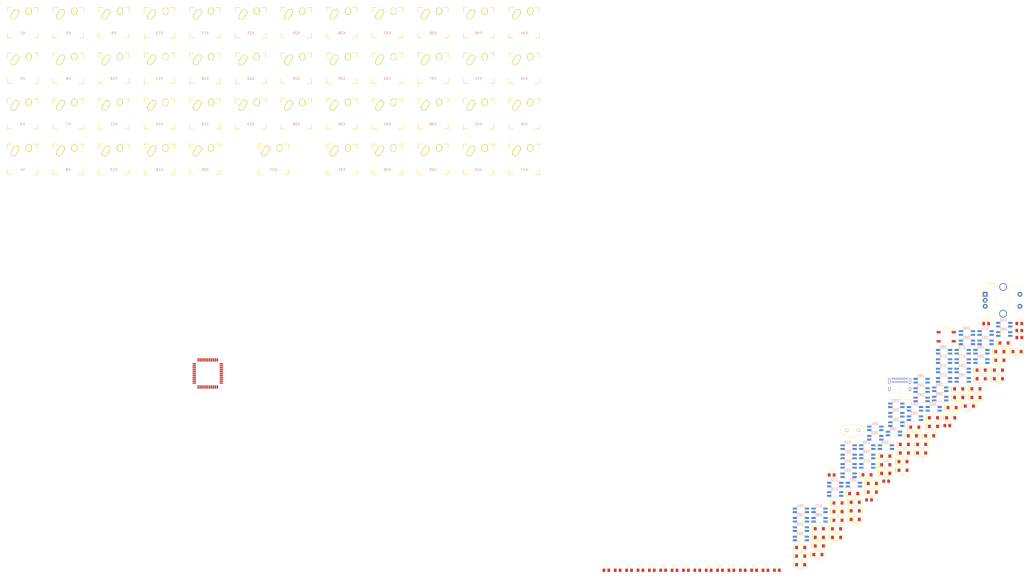
<source format=kicad_pcb>
(kicad_pcb (version 20171130) (host pcbnew "(5.1.0)-1")
  (layers (0 F.Cu signal) (31 B.Cu signal) (34 B.Paste user) (35 F.Paste user) (36 B.SilkS user) (37 F.SilkS user) (38 B.Mask user) (39 F.Mask user) (44 Edge.Cuts user))
  (net 0 "")
  (net 1 /XTAL2)
  (net 2 +5V)
  (net 3 /XTAL1)
  (net 4 5V)
  (net 5 /ENCODER_BOUT)
  (net 6 /ENCODER_AOUT)
  (net 7 /ROW0)
  (net 8 "Net-(D1-Pad2)")
  (net 9 /ROW1)
  (net 10 "Net-(D2-Pad2)")
  (net 11 /ROW2)
  (net 12 "Net-(D3-Pad2)")
  (net 13 /ROW3)
  (net 14 "Net-(D4-Pad2)")
  (net 15 "Net-(D5-Pad2)")
  (net 16 "Net-(D6-Pad2)")
  (net 17 "Net-(D7-Pad2)")
  (net 18 "Net-(D8-Pad2)")
  (net 19 "Net-(D9-Pad2)")
  (net 20 "Net-(D10-Pad2)")
  (net 21 "Net-(D11-Pad2)")
  (net 22 "Net-(D12-Pad2)")
  (net 23 "Net-(D13-Pad2)")
  (net 24 "Net-(D14-Pad2)")
  (net 25 "Net-(D15-Pad2)")
  (net 26 "Net-(D16-Pad2)")
  (net 27 "Net-(D17-Pad2)")
  (net 28 "Net-(D18-Pad2)")
  (net 29 "Net-(D19-Pad2)")
  (net 30 "Net-(D20-Pad2)")
  (net 31 "Net-(D21-Pad2)")
  (net 32 "Net-(D22-Pad2)")
  (net 33 "Net-(D23-Pad2)")
  (net 34 "Net-(D25-Pad2)")
  (net 35 "Net-(D26-Pad2)")
  (net 36 "Net-(D27-Pad2)")
  (net 37 "Net-(D28-Pad2)")
  (net 38 "Net-(D29-Pad2)")
  (net 39 "Net-(D30-Pad2)")
  (net 40 "Net-(D31-Pad2)")
  (net 41 "Net-(D32-Pad2)")
  (net 42 "Net-(D33-Pad2)")
  (net 43 "Net-(D34-Pad2)")
  (net 44 "Net-(D35-Pad2)")
  (net 45 "Net-(D36-Pad2)")
  (net 46 "Net-(D37-Pad2)")
  (net 47 "Net-(D38-Pad2)")
  (net 48 "Net-(D39-Pad2)")
  (net 49 "Net-(D40-Pad2)")
  (net 50 "Net-(D41-Pad2)")
  (net 51 "Net-(D42-Pad2)")
  (net 52 "Net-(D43-Pad2)")
  (net 53 "Net-(D44-Pad2)")
  (net 54 /RGB)
  (net 55 "Net-(D49-Pad4)")
  (net 56 "Net-(D50-Pad4)")
  (net 57 "Net-(D51-Pad4)")
  (net 58 "Net-(D52-Pad4)")
  (net 59 "Net-(D71-Pad4)")
  (net 60 /ENCODER_S1)
  (net 61 "Net-(J1-PadA5)")
  (net 62 VCC)
  (net 63 "Net-(J1-PadA6)")
  (net 64 "Net-(J1-PadA7)")
  (net 65 "Net-(J1-PadA8)")
  (net 66 "Net-(J1-PadB8)")
  (net 67 "Net-(J1-PadB5)")
  (net 68 /COL0)
  (net 69 /COL1)
  (net 70 /COL2)
  (net 71 /COL3)
  (net 72 /COL4)
  (net 73 /COL5)
  (net 74 /COL6)
  (net 75 /COL7)
  (net 76 /COL8)
  (net 77 /COL9)
  (net 78 /COL10)
  (net 79 /COL11)
  (net 80 "Net-(LED1-Pad2)")
  (net 81 /RESET)
  (net 82 /D-)
  (net 83 /D+)
  (net 84 /ENCODER_B)
  (net 85 /ENCODER_A)
  (net 86 "Net-(U1-Pad42)")
  (net 87 "Net-(U1-Pad26)")
  (net 88 "Net-(U1-Pad22)")
  (net 89 "Net-(U1-Pad21)")
  (net 90 "Net-(U1-Pad20)")
  (net 91 "Net-(U1-Pad12)")
  (net 92 "Net-(U1-Pad1)")
  (net 93 "Net-(C11-Pad1)")
  (net 94 "Net-(D45-Pad2)")
  (net 95 "Net-(D47-Pad2)")
  (net 96 "Net-(D50-Pad2)")
  (net 97 "Net-(D52-Pad2)")
  (net 98 "Net-(D53-Pad4)")
  (net 99 "Net-(D54-Pad2)")
  (net 100 "Net-(D55-Pad4)")
  (net 101 "Net-(D56-Pad2)")
  (net 102 "Net-(D57-Pad4)")
  (net 103 "Net-(D58-Pad2)")
  (net 104 "Net-(D59-Pad4)")
  (net 105 "Net-(D60-Pad2)")
  (net 106 "Net-(D61-Pad4)")
  (net 107 "Net-(D62-Pad2)")
  (net 108 "Net-(D63-Pad4)")
  (net 109 "Net-(D64-Pad2)")
  (net 110 "Net-(D65-Pad4)")
  (net 111 "Net-(D66-Pad2)")
  (net 112 "Net-(D67-Pad4)")
  (net 113 "Net-(D68-Pad2)")
  (net 114 "Net-(D69-Pad4)")
  (net 115 "Net-(D70-Pad2)")
  (net 116 "Net-(D72-Pad4)")
  (net 117 "Net-(D73-Pad2)")
  (net 118 "Net-(D74-Pad4)")
  (net 119 "Net-(D75-Pad2)")
  (net 120 "Net-(D76-Pad4)")
  (net 121 "Net-(D77-Pad2)")
  (net 122 "Net-(D78-Pad4)")
  (net 123 "Net-(D79-Pad2)")
  (net 124 "Net-(D80-Pad4)")
  (net 125 "Net-(D81-Pad2)")
  (net 126 "Net-(D82-Pad4)")
  (net 127 "Net-(D83-Pad2)")
  (net 128 "Net-(D84-Pad4)")
  (net 129 "Net-(D85-Pad2)")
  (net 130 "Net-(D86-Pad4)")
  (net 131 "Net-(D87-Pad2)")
  (net 132 "Net-(D88-Pad4)")
  (net 133 "Net-(D89-Pad2)")
  (net 134 "Net-(D90-Pad4)")
  (net 135 "Net-(D91-Pad2)")
  (net 136 "Net-(D92-Pad4)")
  (net 137 "Net-(D94-Pad4)")
  (net 138 "Net-(R11-Pad2)")
  (module keyboard_parts:XTAL_HC_49_TH (layer F.Cu) (at 382.935 207.418)
    (fp_text reference X1 hide)
    (fp_text value XTAL (at 0 3.15) (layer F.SilkS))
    (pad 2 thru_hole circle (at -2.45 0 180) (size 1.4 1.4) (drill 0.7) (layers *.Cu *.Mask F.SilkS) (net 3 /XTAL1))
    (pad 1 thru_hole circle (at 2.45 0 180) (size 1.4 1.4) (drill 0.7) (layers *.Cu *.Mask F.SilkS) (net 1 /XTAL2))
  )
  (module Package_QFP:LQFP-44_10x10mm_P0.8mm (layer F.Cu) (at 113.538 183.642)
    (fp_text reference U1 (at 0 -7.35) (layer F.SilkS))
    (fp_text value ATMEGA32U4)
    (pad 44 smd roundrect (at -4 -5.6625) (size 0.55 1.475) (layers F.Cu F.Paste F.Mask) (net 4 5V))
    (pad 43 smd roundrect (at -3.2 -5.6625) (size 0.55 1.475) (layers F.Cu F.Paste F.Mask) (net 2 +5V))
    (pad 42 smd roundrect (at -2.4 -5.6625) (size 0.55 1.475) (layers F.Cu F.Paste F.Mask) (net 86 "Net-(U1-Pad42)"))
    (pad 41 smd roundrect (at -1.6 -5.6625) (size 0.55 1.475) (layers F.Cu F.Paste F.Mask) (net 68 /COL0))
    (pad 40 smd roundrect (at -0.8 -5.6625) (size 0.55 1.475) (layers F.Cu F.Paste F.Mask) (net 69 /COL1))
    (pad 39 smd roundrect (at 0 -5.6625) (size 0.55 1.475) (layers F.Cu F.Paste F.Mask) (net 70 /COL2))
    (pad 38 smd roundrect (at 0.8 -5.6625) (size 0.55 1.475) (layers F.Cu F.Paste F.Mask) (net 71 /COL3))
    (pad 37 smd roundrect (at 1.6 -5.6625) (size 0.55 1.475) (layers F.Cu F.Paste F.Mask) (net 72 /COL4))
    (pad 36 smd roundrect (at 2.4 -5.6625) (size 0.55 1.475) (layers F.Cu F.Paste F.Mask) (net 73 /COL5))
    (pad 35 smd roundrect (at 3.2 -5.6625) (size 0.55 1.475) (layers F.Cu F.Paste F.Mask) (net 2 +5V))
    (pad 34 smd roundrect (at 4 -5.6625) (size 0.55 1.475) (layers F.Cu F.Paste F.Mask) (net 4 5V))
    (pad 33 smd roundrect (at 5.6625 -4) (size 1.475 0.55) (layers F.Cu F.Paste F.Mask) (net 138 "Net-(R11-Pad2)"))
    (pad 32 smd roundrect (at 5.6625 -3.2) (size 1.475 0.55) (layers F.Cu F.Paste F.Mask) (net 74 /COL6))
    (pad 31 smd roundrect (at 5.6625 -2.4) (size 1.475 0.55) (layers F.Cu F.Paste F.Mask) (net 75 /COL7))
    (pad 30 smd roundrect (at 5.6625 -1.6) (size 1.475 0.55) (layers F.Cu F.Paste F.Mask) (net 76 /COL8))
    (pad 29 smd roundrect (at 5.6625 -0.8) (size 1.475 0.55) (layers F.Cu F.Paste F.Mask) (net 77 /COL9))
    (pad 28 smd roundrect (at 5.6625 0) (size 1.475 0.55) (layers F.Cu F.Paste F.Mask) (net 78 /COL10))
    (pad 27 smd roundrect (at 5.6625 0.8) (size 1.475 0.55) (layers F.Cu F.Paste F.Mask) (net 79 /COL11))
    (pad 26 smd roundrect (at 5.6625 1.6) (size 1.475 0.55) (layers F.Cu F.Paste F.Mask) (net 87 "Net-(U1-Pad26)"))
    (pad 25 smd roundrect (at 5.6625 2.4) (size 1.475 0.55) (layers F.Cu F.Paste F.Mask) (net 54 /RGB))
    (pad 24 smd roundrect (at 5.6625 3.2) (size 1.475 0.55) (layers F.Cu F.Paste F.Mask) (net 4 5V))
    (pad 23 smd roundrect (at 5.6625 4) (size 1.475 0.55) (layers F.Cu F.Paste F.Mask) (net 2 +5V))
    (pad 22 smd roundrect (at 4 5.6625) (size 0.55 1.475) (layers F.Cu F.Paste F.Mask) (net 88 "Net-(U1-Pad22)"))
    (pad 21 smd roundrect (at 3.2 5.6625) (size 0.55 1.475) (layers F.Cu F.Paste F.Mask) (net 89 "Net-(U1-Pad21)"))
    (pad 20 smd roundrect (at 2.4 5.6625) (size 0.55 1.475) (layers F.Cu F.Paste F.Mask) (net 90 "Net-(U1-Pad20)"))
    (pad 19 smd roundrect (at 1.6 5.6625) (size 0.55 1.475) (layers F.Cu F.Paste F.Mask) (net 5 /ENCODER_BOUT))
    (pad 18 smd roundrect (at 0.8 5.6625) (size 0.55 1.475) (layers F.Cu F.Paste F.Mask) (net 6 /ENCODER_AOUT))
    (pad 17 smd roundrect (at 0 5.6625) (size 0.55 1.475) (layers F.Cu F.Paste F.Mask) (net 1 /XTAL2))
    (pad 16 smd roundrect (at -0.8 5.6625) (size 0.55 1.475) (layers F.Cu F.Paste F.Mask) (net 3 /XTAL1))
    (pad 15 smd roundrect (at -1.6 5.6625) (size 0.55 1.475) (layers F.Cu F.Paste F.Mask) (net 2 +5V))
    (pad 14 smd roundrect (at -2.4 5.6625) (size 0.55 1.475) (layers F.Cu F.Paste F.Mask) (net 4 5V))
    (pad 13 smd roundrect (at -3.2 5.6625) (size 0.55 1.475) (layers F.Cu F.Paste F.Mask) (net 81 /RESET))
    (pad 12 smd roundrect (at -4 5.6625) (size 0.55 1.475) (layers F.Cu F.Paste F.Mask) (net 91 "Net-(U1-Pad12)"))
    (pad 11 smd roundrect (at -5.6625 4) (size 1.475 0.55) (layers F.Cu F.Paste F.Mask) (net 13 /ROW3))
    (pad 10 smd roundrect (at -5.6625 3.2) (size 1.475 0.55) (layers F.Cu F.Paste F.Mask) (net 11 /ROW2))
    (pad 9 smd roundrect (at -5.6625 2.4) (size 1.475 0.55) (layers F.Cu F.Paste F.Mask) (net 9 /ROW1))
    (pad 8 smd roundrect (at -5.6625 1.6) (size 1.475 0.55) (layers F.Cu F.Paste F.Mask) (net 7 /ROW0))
    (pad 7 smd roundrect (at -5.6625 0.8) (size 1.475 0.55) (layers F.Cu F.Paste F.Mask) (net 4 5V))
    (pad 6 smd roundrect (at -5.6625 0) (size 1.475 0.55) (layers F.Cu F.Paste F.Mask) (net 93 "Net-(C11-Pad1)"))
    (pad 5 smd roundrect (at -5.6625 -0.8) (size 1.475 0.55) (layers F.Cu F.Paste F.Mask) (net 2 +5V))
    (pad 4 smd roundrect (at -5.6625 -1.6) (size 1.475 0.55) (layers F.Cu F.Paste F.Mask) (net 83 /D+))
    (pad 3 smd roundrect (at -5.6625 -2.4) (size 1.475 0.55) (layers F.Cu F.Paste F.Mask) (net 82 /D-))
    (pad 2 smd roundrect (at -5.6625 -3.2) (size 1.475 0.55) (layers F.Cu F.Paste F.Mask) (net 4 5V))
    (pad 1 smd roundrect (at -5.6625 -4) (size 1.475 0.55) (layers F.Cu F.Paste F.Mask) (net 92 "Net-(U1-Pad1)"))
  )
  (module Rotary_Encoder:RotaryEncoder_Alps_EC11E-Switch_Vertical_H20mm_CircularMountingHoles (layer F.Cu) (at 438.315 150.548)
    (fp_text reference SW2 (at 2.8 -4.7) (layer F.SilkS))
    (fp_text value Rotary_Encoder_Switch)
    (pad A thru_hole rect (at 0 0) (size 2 2) (drill 1) (layers *.Cu *.Mask) (net 85 /ENCODER_A))
    (pad C thru_hole circle (at 0 2.5) (size 2 2) (drill 1) (layers *.Cu *.Mask) (net 2 +5V))
    (pad B thru_hole circle (at 0 5) (size 2 2) (drill 1) (layers *.Cu *.Mask) (net 84 /ENCODER_B))
    (pad MP thru_hole circle (at 7.5 -3.1) (size 3.2 3.2) (drill 2.6) (layers *.Cu *.Mask))
    (pad MP thru_hole circle (at 7.5 8.1) (size 3.2 3.2) (drill 2.6) (layers *.Cu *.Mask))
    (pad S2 thru_hole circle (at 14.5 0) (size 2 2) (drill 1) (layers *.Cu *.Mask) (net 73 /COL5))
    (pad S1 thru_hole circle (at 14.5 5) (size 2 2) (drill 1) (layers *.Cu *.Mask) (net 60 /ENCODER_S1))
  )
  (module Button_Switch_SMD:SW_SPST_TL3342 (layer F.Cu) (at 422.015 168.288)
    (fp_text reference SW1 (at 0 -3.75) (layer F.SilkS))
    (fp_text value SW_PUSH)
    (pad 2 smd rect (at 3.15 1.9) (size 1.7 1) (layers F.Cu F.Paste F.Mask) (net 2 +5V))
    (pad 2 smd rect (at -3.15 1.9) (size 1.7 1) (layers F.Cu F.Paste F.Mask) (net 2 +5V))
    (pad 1 smd rect (at 3.15 -1.9) (size 1.7 1) (layers F.Cu F.Paste F.Mask) (net 81 /RESET))
    (pad 1 smd rect (at -3.15 -1.9) (size 1.7 1) (layers F.Cu F.Paste F.Mask) (net 81 /RESET))
  )
  (module Resistor_SMD:R_0805_2012Metric_Pad1.15x1.40mm_HandSolder (layer F.Cu) (at 289.535 265.938)
    (fp_text reference R11 (at 0 -1.65) (layer F.SilkS))
    (fp_text value 10k)
    (pad 2 smd roundrect (at 1.025 0) (size 1.15 1.4) (layers F.Cu F.Paste F.Mask) (roundrect_rratio 0.217391) (net 138 "Net-(R11-Pad2)"))
    (pad 1 smd roundrect (at -1.025 0) (size 1.15 1.4) (layers F.Cu F.Paste F.Mask) (roundrect_rratio 0.217391) (net 2 +5V))
  )
  (module Resistor_SMD:R_0805_2012Metric_Pad1.15x1.40mm_HandSolder (layer F.Cu) (at 332.285 265.938)
    (fp_text reference R10 (at 0 -1.65) (layer F.SilkS))
    (fp_text value 220)
    (pad 2 smd roundrect (at 1.025 0) (size 1.15 1.4) (layers F.Cu F.Paste F.Mask) (roundrect_rratio 0.217391) (net 80 "Net-(LED1-Pad2)"))
    (pad 1 smd roundrect (at -1.025 0) (size 1.15 1.4) (layers F.Cu F.Paste F.Mask) (roundrect_rratio 0.217391) (net 4 5V))
  )
  (module Resistor_SMD:R_0805_2012Metric_Pad1.15x1.40mm_HandSolder (layer F.Cu) (at 327.535 265.938)
    (fp_text reference R9 (at 0 -1.65) (layer F.SilkS))
    (fp_text value 10k)
    (pad 2 smd roundrect (at 1.025 0) (size 1.15 1.4) (layers F.Cu F.Paste F.Mask) (roundrect_rratio 0.217391) (net 85 /ENCODER_A))
    (pad 1 smd roundrect (at -1.025 0) (size 1.15 1.4) (layers F.Cu F.Paste F.Mask) (roundrect_rratio 0.217391) (net 6 /ENCODER_AOUT))
  )
  (module Resistor_SMD:R_0805_2012Metric_Pad1.15x1.40mm_HandSolder (layer F.Cu) (at 322.785 265.938)
    (fp_text reference R8 (at 0 -1.65) (layer F.SilkS))
    (fp_text value 10k)
    (pad 2 smd roundrect (at 1.025 0) (size 1.15 1.4) (layers F.Cu F.Paste F.Mask) (roundrect_rratio 0.217391) (net 4 5V))
    (pad 1 smd roundrect (at -1.025 0) (size 1.15 1.4) (layers F.Cu F.Paste F.Mask) (roundrect_rratio 0.217391) (net 85 /ENCODER_A))
  )
  (module Resistor_SMD:R_0805_2012Metric_Pad1.15x1.40mm_HandSolder (layer F.Cu) (at 318.035 265.938)
    (fp_text reference R7 (at 0 -1.65) (layer F.SilkS))
    (fp_text value 10k)
    (pad 2 smd roundrect (at 1.025 0) (size 1.15 1.4) (layers F.Cu F.Paste F.Mask) (roundrect_rratio 0.217391) (net 84 /ENCODER_B))
    (pad 1 smd roundrect (at -1.025 0) (size 1.15 1.4) (layers F.Cu F.Paste F.Mask) (roundrect_rratio 0.217391) (net 5 /ENCODER_BOUT))
  )
  (module Resistor_SMD:R_0805_2012Metric_Pad1.15x1.40mm_HandSolder (layer F.Cu) (at 341.785 265.938)
    (fp_text reference R6 (at 0 -1.65) (layer F.SilkS))
    (fp_text value 10k)
    (pad 2 smd roundrect (at 1.025 0) (size 1.15 1.4) (layers F.Cu F.Paste F.Mask) (roundrect_rratio 0.217391) (net 4 5V))
    (pad 1 smd roundrect (at -1.025 0) (size 1.15 1.4) (layers F.Cu F.Paste F.Mask) (roundrect_rratio 0.217391) (net 84 /ENCODER_B))
  )
  (module Resistor_SMD:R_0805_2012Metric_Pad1.15x1.40mm_HandSolder (layer F.Cu) (at 308.535 265.938)
    (fp_text reference R5 (at 0 -1.65) (layer F.SilkS))
    (fp_text value 22)
    (pad 2 smd roundrect (at 1.025 0) (size 1.15 1.4) (layers F.Cu F.Paste F.Mask) (roundrect_rratio 0.217391) (net 63 "Net-(J1-PadA6)"))
    (pad 1 smd roundrect (at -1.025 0) (size 1.15 1.4) (layers F.Cu F.Paste F.Mask) (roundrect_rratio 0.217391) (net 83 /D+))
  )
  (module Resistor_SMD:R_0805_2012Metric_Pad1.15x1.40mm_HandSolder (layer F.Cu) (at 303.785 265.938)
    (fp_text reference R4 (at 0 -1.65) (layer F.SilkS))
    (fp_text value 22)
    (pad 2 smd roundrect (at 1.025 0) (size 1.15 1.4) (layers F.Cu F.Paste F.Mask) (roundrect_rratio 0.217391) (net 64 "Net-(J1-PadA7)"))
    (pad 1 smd roundrect (at -1.025 0) (size 1.15 1.4) (layers F.Cu F.Paste F.Mask) (roundrect_rratio 0.217391) (net 82 /D-))
  )
  (module Resistor_SMD:R_0805_2012Metric_Pad1.15x1.40mm_HandSolder (layer F.Cu) (at 299.035 265.938)
    (fp_text reference R3 (at 0 -1.65) (layer F.SilkS))
    (fp_text value 5.1k)
    (pad 2 smd roundrect (at 1.025 0) (size 1.15 1.4) (layers F.Cu F.Paste F.Mask) (roundrect_rratio 0.217391) (net 67 "Net-(J1-PadB5)"))
    (pad 1 smd roundrect (at -1.025 0) (size 1.15 1.4) (layers F.Cu F.Paste F.Mask) (roundrect_rratio 0.217391) (net 2 +5V))
  )
  (module Resistor_SMD:R_0805_2012Metric_Pad1.15x1.40mm_HandSolder (layer F.Cu) (at 294.285 265.938)
    (fp_text reference R2 (at 0 -1.65) (layer F.SilkS))
    (fp_text value 5.1k)
    (pad 2 smd roundrect (at 1.025 0) (size 1.15 1.4) (layers F.Cu F.Paste F.Mask) (roundrect_rratio 0.217391) (net 61 "Net-(J1-PadA5)"))
    (pad 1 smd roundrect (at -1.025 0) (size 1.15 1.4) (layers F.Cu F.Paste F.Mask) (roundrect_rratio 0.217391) (net 2 +5V))
  )
  (module Resistor_SMD:R_0805_2012Metric_Pad1.15x1.40mm_HandSolder (layer F.Cu) (at 452.565 165.698)
    (fp_text reference R1 (at 0 -1.65) (layer F.SilkS))
    (fp_text value 10k)
    (pad 2 smd roundrect (at 1.025 0) (size 1.15 1.4) (layers F.Cu F.Paste F.Mask) (roundrect_rratio 0.217391) (net 81 /RESET))
    (pad 1 smd roundrect (at -1.025 0) (size 1.15 1.4) (layers F.Cu F.Paste F.Mask) (roundrect_rratio 0.217391) (net 4 5V))
  )
  (module Fuse:Fuse_0805_2012Metric_Pad1.15x1.40mm_HandSolder (layer F.Cu) (at 313.285 265.938)
    (fp_text reference PTC1 (at 0 -1.65) (layer F.SilkS))
    (fp_text value "PTC 1.5A")
    (pad 2 smd roundrect (at 1.025 0) (size 1.15 1.4) (layers F.Cu F.Paste F.Mask) (roundrect_rratio 0.217391) (net 4 5V))
    (pad 1 smd roundrect (at -1.025 0) (size 1.15 1.4) (layers F.Cu F.Paste F.Mask) (roundrect_rratio 0.217391) (net 62 VCC))
  )
  (module LED_SMD:LED_0805_2012Metric_Pad1.15x1.40mm_HandSolder (layer F.Cu) (at 374.19 226.103)
    (fp_text reference LED1 (at 0 -1.65) (layer F.SilkS))
    (fp_text value LED)
    (pad 2 smd roundrect (at 1.025 0) (size 1.15 1.4) (layers F.Cu F.Paste F.Mask) (roundrect_rratio 0.217391) (net 80 "Net-(LED1-Pad2)"))
    (pad 1 smd roundrect (at -1.025 0) (size 1.15 1.4) (layers F.Cu F.Paste F.Mask) (roundrect_rratio 0.217391) (net 2 +5V))
  )
  (module keebs:Mx_Alps_100 (layer F.Cu) (at 245.745 94.107)
    (fp_text reference K47 (at 0 4.318) (layer B.SilkS) (effects (font (thickness 0.2)) (justify mirror)))
    (fp_text value KEYSW hide)
    (pad 2 thru_hole oval (at 2.52 -4.79 356.1) (size 2.5 3.08) (drill oval 1.5 2.08) (layers *.Cu *.Mask F.SilkS) (net 11 /ROW2))
    (pad 1 thru_hole oval (at -3.255 -3.52 327.5) (size 2.5 4.75) (drill oval 1.5 3.75) (layers *.Cu *.Mask F.SilkS) (net 79 /COL11))
    (pad "" np_thru_hole circle (at 5.08 0) (size 1.7018 1.7018) (drill 1.7018) (layers *.Cu *.Mask))
    (pad "" np_thru_hole circle (at -5.08 0) (size 1.7018 1.7018) (drill 1.7018) (layers *.Cu *.Mask))
    (pad "" np_thru_hole circle (at 0 0) (size 3.9878 3.9878) (drill 3.9878) (layers *.Cu *.Mask))
  )
  (module keebs:Mx_Alps_100 (layer F.Cu) (at 245.745 75.057)
    (fp_text reference K46 (at 0 4.318) (layer B.SilkS) (effects (font (thickness 0.2)) (justify mirror)))
    (fp_text value KEYSW hide)
    (pad 2 thru_hole oval (at 2.52 -4.79 356.1) (size 2.5 3.08) (drill oval 1.5 2.08) (layers *.Cu *.Mask F.SilkS) (net 95 "Net-(D47-Pad2)"))
    (pad 1 thru_hole oval (at -3.255 -3.52 327.5) (size 2.5 4.75) (drill oval 1.5 3.75) (layers *.Cu *.Mask F.SilkS) (net 79 /COL11))
    (pad "" np_thru_hole circle (at 5.08 0) (size 1.7018 1.7018) (drill 1.7018) (layers *.Cu *.Mask))
    (pad "" np_thru_hole circle (at -5.08 0) (size 1.7018 1.7018) (drill 1.7018) (layers *.Cu *.Mask))
    (pad "" np_thru_hole circle (at 0 0) (size 3.9878 3.9878) (drill 3.9878) (layers *.Cu *.Mask))
  )
  (module keebs:Mx_Alps_100 (layer F.Cu) (at 245.745 56.007)
    (fp_text reference K45 (at 0 4.318) (layer B.SilkS) (effects (font (thickness 0.2)) (justify mirror)))
    (fp_text value KEYSW hide)
    (pad 2 thru_hole oval (at 2.52 -4.79 356.1) (size 2.5 3.08) (drill oval 1.5 2.08) (layers *.Cu *.Mask F.SilkS) (net 7 /ROW0))
    (pad 1 thru_hole oval (at -3.255 -3.52 327.5) (size 2.5 4.75) (drill oval 1.5 3.75) (layers *.Cu *.Mask F.SilkS) (net 79 /COL11))
    (pad "" np_thru_hole circle (at 5.08 0) (size 1.7018 1.7018) (drill 1.7018) (layers *.Cu *.Mask))
    (pad "" np_thru_hole circle (at -5.08 0) (size 1.7018 1.7018) (drill 1.7018) (layers *.Cu *.Mask))
    (pad "" np_thru_hole circle (at 0 0) (size 3.9878 3.9878) (drill 3.9878) (layers *.Cu *.Mask))
  )
  (module keebs:Mx_Alps_100 (layer F.Cu) (at 245.745 36.957)
    (fp_text reference K44 (at 0 4.318) (layer B.SilkS) (effects (font (thickness 0.2)) (justify mirror)))
    (fp_text value KEYSW hide)
    (pad 2 thru_hole oval (at 2.52 -4.79 356.1) (size 2.5 3.08) (drill oval 1.5 2.08) (layers *.Cu *.Mask F.SilkS) (net 94 "Net-(D45-Pad2)"))
    (pad 1 thru_hole oval (at -3.255 -3.52 327.5) (size 2.5 4.75) (drill oval 1.5 3.75) (layers *.Cu *.Mask F.SilkS) (net 79 /COL11))
    (pad "" np_thru_hole circle (at 5.08 0) (size 1.7018 1.7018) (drill 1.7018) (layers *.Cu *.Mask))
    (pad "" np_thru_hole circle (at -5.08 0) (size 1.7018 1.7018) (drill 1.7018) (layers *.Cu *.Mask))
    (pad "" np_thru_hole circle (at 0 0) (size 3.9878 3.9878) (drill 3.9878) (layers *.Cu *.Mask))
  )
  (module keebs:Mx_Alps_100 (layer F.Cu) (at 226.695 94.107)
    (fp_text reference K43 (at 0 4.318) (layer B.SilkS) (effects (font (thickness 0.2)) (justify mirror)))
    (fp_text value KEYSW hide)
    (pad 2 thru_hole oval (at 2.52 -4.79 356.1) (size 2.5 3.08) (drill oval 1.5 2.08) (layers *.Cu *.Mask F.SilkS) (net 53 "Net-(D44-Pad2)"))
    (pad 1 thru_hole oval (at -3.255 -3.52 327.5) (size 2.5 4.75) (drill oval 1.5 3.75) (layers *.Cu *.Mask F.SilkS) (net 78 /COL10))
    (pad "" np_thru_hole circle (at 5.08 0) (size 1.7018 1.7018) (drill 1.7018) (layers *.Cu *.Mask))
    (pad "" np_thru_hole circle (at -5.08 0) (size 1.7018 1.7018) (drill 1.7018) (layers *.Cu *.Mask))
    (pad "" np_thru_hole circle (at 0 0) (size 3.9878 3.9878) (drill 3.9878) (layers *.Cu *.Mask))
  )
  (module keebs:Mx_Alps_100 (layer F.Cu) (at 226.695 75.057)
    (fp_text reference K42 (at 0 4.318) (layer B.SilkS) (effects (font (thickness 0.2)) (justify mirror)))
    (fp_text value KEYSW hide)
    (pad 2 thru_hole oval (at 2.52 -4.79 356.1) (size 2.5 3.08) (drill oval 1.5 2.08) (layers *.Cu *.Mask F.SilkS) (net 52 "Net-(D43-Pad2)"))
    (pad 1 thru_hole oval (at -3.255 -3.52 327.5) (size 2.5 4.75) (drill oval 1.5 3.75) (layers *.Cu *.Mask F.SilkS) (net 78 /COL10))
    (pad "" np_thru_hole circle (at 5.08 0) (size 1.7018 1.7018) (drill 1.7018) (layers *.Cu *.Mask))
    (pad "" np_thru_hole circle (at -5.08 0) (size 1.7018 1.7018) (drill 1.7018) (layers *.Cu *.Mask))
    (pad "" np_thru_hole circle (at 0 0) (size 3.9878 3.9878) (drill 3.9878) (layers *.Cu *.Mask))
  )
  (module keebs:Mx_Alps_100 (layer F.Cu) (at 226.695 56.007)
    (fp_text reference K41 (at 0 4.318) (layer B.SilkS) (effects (font (thickness 0.2)) (justify mirror)))
    (fp_text value KEYSW hide)
    (pad 2 thru_hole oval (at 2.52 -4.79 356.1) (size 2.5 3.08) (drill oval 1.5 2.08) (layers *.Cu *.Mask F.SilkS) (net 51 "Net-(D42-Pad2)"))
    (pad 1 thru_hole oval (at -3.255 -3.52 327.5) (size 2.5 4.75) (drill oval 1.5 3.75) (layers *.Cu *.Mask F.SilkS) (net 78 /COL10))
    (pad "" np_thru_hole circle (at 5.08 0) (size 1.7018 1.7018) (drill 1.7018) (layers *.Cu *.Mask))
    (pad "" np_thru_hole circle (at -5.08 0) (size 1.7018 1.7018) (drill 1.7018) (layers *.Cu *.Mask))
    (pad "" np_thru_hole circle (at 0 0) (size 3.9878 3.9878) (drill 3.9878) (layers *.Cu *.Mask))
  )
  (module keebs:Mx_Alps_100 (layer F.Cu) (at 226.695 36.957)
    (fp_text reference K40 (at 0 4.318) (layer B.SilkS) (effects (font (thickness 0.2)) (justify mirror)))
    (fp_text value KEYSW hide)
    (pad 2 thru_hole oval (at 2.52 -4.79 356.1) (size 2.5 3.08) (drill oval 1.5 2.08) (layers *.Cu *.Mask F.SilkS) (net 50 "Net-(D41-Pad2)"))
    (pad 1 thru_hole oval (at -3.255 -3.52 327.5) (size 2.5 4.75) (drill oval 1.5 3.75) (layers *.Cu *.Mask F.SilkS) (net 78 /COL10))
    (pad "" np_thru_hole circle (at 5.08 0) (size 1.7018 1.7018) (drill 1.7018) (layers *.Cu *.Mask))
    (pad "" np_thru_hole circle (at -5.08 0) (size 1.7018 1.7018) (drill 1.7018) (layers *.Cu *.Mask))
    (pad "" np_thru_hole circle (at 0 0) (size 3.9878 3.9878) (drill 3.9878) (layers *.Cu *.Mask))
  )
  (module keebs:Mx_Alps_100 (layer F.Cu) (at 207.645 94.107)
    (fp_text reference K39 (at 0 4.318) (layer B.SilkS) (effects (font (thickness 0.2)) (justify mirror)))
    (fp_text value KEYSW hide)
    (pad 2 thru_hole oval (at 2.52 -4.79 356.1) (size 2.5 3.08) (drill oval 1.5 2.08) (layers *.Cu *.Mask F.SilkS) (net 49 "Net-(D40-Pad2)"))
    (pad 1 thru_hole oval (at -3.255 -3.52 327.5) (size 2.5 4.75) (drill oval 1.5 3.75) (layers *.Cu *.Mask F.SilkS) (net 77 /COL9))
    (pad "" np_thru_hole circle (at 5.08 0) (size 1.7018 1.7018) (drill 1.7018) (layers *.Cu *.Mask))
    (pad "" np_thru_hole circle (at -5.08 0) (size 1.7018 1.7018) (drill 1.7018) (layers *.Cu *.Mask))
    (pad "" np_thru_hole circle (at 0 0) (size 3.9878 3.9878) (drill 3.9878) (layers *.Cu *.Mask))
  )
  (module keebs:Mx_Alps_100 (layer F.Cu) (at 207.645 75.057)
    (fp_text reference K38 (at 0 4.318) (layer B.SilkS) (effects (font (thickness 0.2)) (justify mirror)))
    (fp_text value KEYSW hide)
    (pad 2 thru_hole oval (at 2.52 -4.79 356.1) (size 2.5 3.08) (drill oval 1.5 2.08) (layers *.Cu *.Mask F.SilkS) (net 48 "Net-(D39-Pad2)"))
    (pad 1 thru_hole oval (at -3.255 -3.52 327.5) (size 2.5 4.75) (drill oval 1.5 3.75) (layers *.Cu *.Mask F.SilkS) (net 77 /COL9))
    (pad "" np_thru_hole circle (at 5.08 0) (size 1.7018 1.7018) (drill 1.7018) (layers *.Cu *.Mask))
    (pad "" np_thru_hole circle (at -5.08 0) (size 1.7018 1.7018) (drill 1.7018) (layers *.Cu *.Mask))
    (pad "" np_thru_hole circle (at 0 0) (size 3.9878 3.9878) (drill 3.9878) (layers *.Cu *.Mask))
  )
  (module keebs:Mx_Alps_100 (layer F.Cu) (at 207.645 56.007)
    (fp_text reference K37 (at 0 4.318) (layer B.SilkS) (effects (font (thickness 0.2)) (justify mirror)))
    (fp_text value KEYSW hide)
    (pad 2 thru_hole oval (at 2.52 -4.79 356.1) (size 2.5 3.08) (drill oval 1.5 2.08) (layers *.Cu *.Mask F.SilkS) (net 47 "Net-(D38-Pad2)"))
    (pad 1 thru_hole oval (at -3.255 -3.52 327.5) (size 2.5 4.75) (drill oval 1.5 3.75) (layers *.Cu *.Mask F.SilkS) (net 77 /COL9))
    (pad "" np_thru_hole circle (at 5.08 0) (size 1.7018 1.7018) (drill 1.7018) (layers *.Cu *.Mask))
    (pad "" np_thru_hole circle (at -5.08 0) (size 1.7018 1.7018) (drill 1.7018) (layers *.Cu *.Mask))
    (pad "" np_thru_hole circle (at 0 0) (size 3.9878 3.9878) (drill 3.9878) (layers *.Cu *.Mask))
  )
  (module keebs:Mx_Alps_100 (layer F.Cu) (at 207.645 36.957)
    (fp_text reference K36 (at 0 4.318) (layer B.SilkS) (effects (font (thickness 0.2)) (justify mirror)))
    (fp_text value KEYSW hide)
    (pad 2 thru_hole oval (at 2.52 -4.79 356.1) (size 2.5 3.08) (drill oval 1.5 2.08) (layers *.Cu *.Mask F.SilkS) (net 46 "Net-(D37-Pad2)"))
    (pad 1 thru_hole oval (at -3.255 -3.52 327.5) (size 2.5 4.75) (drill oval 1.5 3.75) (layers *.Cu *.Mask F.SilkS) (net 77 /COL9))
    (pad "" np_thru_hole circle (at 5.08 0) (size 1.7018 1.7018) (drill 1.7018) (layers *.Cu *.Mask))
    (pad "" np_thru_hole circle (at -5.08 0) (size 1.7018 1.7018) (drill 1.7018) (layers *.Cu *.Mask))
    (pad "" np_thru_hole circle (at 0 0) (size 3.9878 3.9878) (drill 3.9878) (layers *.Cu *.Mask))
  )
  (module keebs:Mx_Alps_100 (layer F.Cu) (at 188.595 94.107)
    (fp_text reference K35 (at 0 4.318) (layer B.SilkS) (effects (font (thickness 0.2)) (justify mirror)))
    (fp_text value KEYSW hide)
    (pad 2 thru_hole oval (at 2.52 -4.79 356.1) (size 2.5 3.08) (drill oval 1.5 2.08) (layers *.Cu *.Mask F.SilkS) (net 45 "Net-(D36-Pad2)"))
    (pad 1 thru_hole oval (at -3.255 -3.52 327.5) (size 2.5 4.75) (drill oval 1.5 3.75) (layers *.Cu *.Mask F.SilkS) (net 76 /COL8))
    (pad "" np_thru_hole circle (at 5.08 0) (size 1.7018 1.7018) (drill 1.7018) (layers *.Cu *.Mask))
    (pad "" np_thru_hole circle (at -5.08 0) (size 1.7018 1.7018) (drill 1.7018) (layers *.Cu *.Mask))
    (pad "" np_thru_hole circle (at 0 0) (size 3.9878 3.9878) (drill 3.9878) (layers *.Cu *.Mask))
  )
  (module keebs:Mx_Alps_100 (layer F.Cu) (at 188.595 75.057)
    (fp_text reference K34 (at 0 4.318) (layer B.SilkS) (effects (font (thickness 0.2)) (justify mirror)))
    (fp_text value KEYSW hide)
    (pad 2 thru_hole oval (at 2.52 -4.79 356.1) (size 2.5 3.08) (drill oval 1.5 2.08) (layers *.Cu *.Mask F.SilkS) (net 44 "Net-(D35-Pad2)"))
    (pad 1 thru_hole oval (at -3.255 -3.52 327.5) (size 2.5 4.75) (drill oval 1.5 3.75) (layers *.Cu *.Mask F.SilkS) (net 76 /COL8))
    (pad "" np_thru_hole circle (at 5.08 0) (size 1.7018 1.7018) (drill 1.7018) (layers *.Cu *.Mask))
    (pad "" np_thru_hole circle (at -5.08 0) (size 1.7018 1.7018) (drill 1.7018) (layers *.Cu *.Mask))
    (pad "" np_thru_hole circle (at 0 0) (size 3.9878 3.9878) (drill 3.9878) (layers *.Cu *.Mask))
  )
  (module keebs:Mx_Alps_100 (layer F.Cu) (at 188.595 56.007)
    (fp_text reference K33 (at 0 4.318) (layer B.SilkS) (effects (font (thickness 0.2)) (justify mirror)))
    (fp_text value KEYSW hide)
    (pad 2 thru_hole oval (at 2.52 -4.79 356.1) (size 2.5 3.08) (drill oval 1.5 2.08) (layers *.Cu *.Mask F.SilkS) (net 43 "Net-(D34-Pad2)"))
    (pad 1 thru_hole oval (at -3.255 -3.52 327.5) (size 2.5 4.75) (drill oval 1.5 3.75) (layers *.Cu *.Mask F.SilkS) (net 76 /COL8))
    (pad "" np_thru_hole circle (at 5.08 0) (size 1.7018 1.7018) (drill 1.7018) (layers *.Cu *.Mask))
    (pad "" np_thru_hole circle (at -5.08 0) (size 1.7018 1.7018) (drill 1.7018) (layers *.Cu *.Mask))
    (pad "" np_thru_hole circle (at 0 0) (size 3.9878 3.9878) (drill 3.9878) (layers *.Cu *.Mask))
  )
  (module keebs:Mx_Alps_100 (layer F.Cu) (at 188.595 36.957)
    (fp_text reference K32 (at 0 4.318) (layer B.SilkS) (effects (font (thickness 0.2)) (justify mirror)))
    (fp_text value KEYSW hide)
    (pad 2 thru_hole oval (at 2.52 -4.79 356.1) (size 2.5 3.08) (drill oval 1.5 2.08) (layers *.Cu *.Mask F.SilkS) (net 42 "Net-(D33-Pad2)"))
    (pad 1 thru_hole oval (at -3.255 -3.52 327.5) (size 2.5 4.75) (drill oval 1.5 3.75) (layers *.Cu *.Mask F.SilkS) (net 76 /COL8))
    (pad "" np_thru_hole circle (at 5.08 0) (size 1.7018 1.7018) (drill 1.7018) (layers *.Cu *.Mask))
    (pad "" np_thru_hole circle (at -5.08 0) (size 1.7018 1.7018) (drill 1.7018) (layers *.Cu *.Mask))
    (pad "" np_thru_hole circle (at 0 0) (size 3.9878 3.9878) (drill 3.9878) (layers *.Cu *.Mask))
  )
  (module keebs:Mx_Alps_100 (layer F.Cu) (at 169.545 94.107)
    (fp_text reference K31 (at 0 4.318) (layer B.SilkS) (effects (font (thickness 0.2)) (justify mirror)))
    (fp_text value KEYSW hide)
    (pad 2 thru_hole oval (at 2.52 -4.79 356.1) (size 2.5 3.08) (drill oval 1.5 2.08) (layers *.Cu *.Mask F.SilkS) (net 41 "Net-(D32-Pad2)"))
    (pad 1 thru_hole oval (at -3.255 -3.52 327.5) (size 2.5 4.75) (drill oval 1.5 3.75) (layers *.Cu *.Mask F.SilkS) (net 75 /COL7))
    (pad "" np_thru_hole circle (at 5.08 0) (size 1.7018 1.7018) (drill 1.7018) (layers *.Cu *.Mask))
    (pad "" np_thru_hole circle (at -5.08 0) (size 1.7018 1.7018) (drill 1.7018) (layers *.Cu *.Mask))
    (pad "" np_thru_hole circle (at 0 0) (size 3.9878 3.9878) (drill 3.9878) (layers *.Cu *.Mask))
  )
  (module keebs:Mx_Alps_100 (layer F.Cu) (at 169.545 75.057)
    (fp_text reference K30 (at 0 4.318) (layer B.SilkS) (effects (font (thickness 0.2)) (justify mirror)))
    (fp_text value KEYSW hide)
    (pad 2 thru_hole oval (at 2.52 -4.79 356.1) (size 2.5 3.08) (drill oval 1.5 2.08) (layers *.Cu *.Mask F.SilkS) (net 40 "Net-(D31-Pad2)"))
    (pad 1 thru_hole oval (at -3.255 -3.52 327.5) (size 2.5 4.75) (drill oval 1.5 3.75) (layers *.Cu *.Mask F.SilkS) (net 75 /COL7))
    (pad "" np_thru_hole circle (at 5.08 0) (size 1.7018 1.7018) (drill 1.7018) (layers *.Cu *.Mask))
    (pad "" np_thru_hole circle (at -5.08 0) (size 1.7018 1.7018) (drill 1.7018) (layers *.Cu *.Mask))
    (pad "" np_thru_hole circle (at 0 0) (size 3.9878 3.9878) (drill 3.9878) (layers *.Cu *.Mask))
  )
  (module keebs:Mx_Alps_100 (layer F.Cu) (at 169.545 56.007)
    (fp_text reference K29 (at 0 4.318) (layer B.SilkS) (effects (font (thickness 0.2)) (justify mirror)))
    (fp_text value KEYSW hide)
    (pad 2 thru_hole oval (at 2.52 -4.79 356.1) (size 2.5 3.08) (drill oval 1.5 2.08) (layers *.Cu *.Mask F.SilkS) (net 39 "Net-(D30-Pad2)"))
    (pad 1 thru_hole oval (at -3.255 -3.52 327.5) (size 2.5 4.75) (drill oval 1.5 3.75) (layers *.Cu *.Mask F.SilkS) (net 75 /COL7))
    (pad "" np_thru_hole circle (at 5.08 0) (size 1.7018 1.7018) (drill 1.7018) (layers *.Cu *.Mask))
    (pad "" np_thru_hole circle (at -5.08 0) (size 1.7018 1.7018) (drill 1.7018) (layers *.Cu *.Mask))
    (pad "" np_thru_hole circle (at 0 0) (size 3.9878 3.9878) (drill 3.9878) (layers *.Cu *.Mask))
  )
  (module keebs:Mx_Alps_100 (layer F.Cu) (at 169.545 36.957)
    (fp_text reference K28 (at 0 4.318) (layer B.SilkS) (effects (font (thickness 0.2)) (justify mirror)))
    (fp_text value KEYSW hide)
    (pad 2 thru_hole oval (at 2.52 -4.79 356.1) (size 2.5 3.08) (drill oval 1.5 2.08) (layers *.Cu *.Mask F.SilkS) (net 38 "Net-(D29-Pad2)"))
    (pad 1 thru_hole oval (at -3.255 -3.52 327.5) (size 2.5 4.75) (drill oval 1.5 3.75) (layers *.Cu *.Mask F.SilkS) (net 75 /COL7))
    (pad "" np_thru_hole circle (at 5.08 0) (size 1.7018 1.7018) (drill 1.7018) (layers *.Cu *.Mask))
    (pad "" np_thru_hole circle (at -5.08 0) (size 1.7018 1.7018) (drill 1.7018) (layers *.Cu *.Mask))
    (pad "" np_thru_hole circle (at 0 0) (size 3.9878 3.9878) (drill 3.9878) (layers *.Cu *.Mask))
  )
  (module keebs:Mx_Alps_200 (layer F.Cu) (at 140.97 94.107)
    (fp_text reference K27 (at 0 4.318) (layer B.SilkS) (effects (font (thickness 0.2)) (justify mirror)))
    (fp_text value KEYSW hide)
    (pad 2 thru_hole oval (at 2.52 -4.79 356.1) (size 2.5 3.08) (drill oval 1.5 2.08) (layers *.Cu *.Mask F.SilkS) (net 37 "Net-(D28-Pad2)"))
    (pad 1 thru_hole oval (at -3.255 -3.52 327.5) (size 2.5 4.75) (drill oval 1.5 3.75) (layers *.Cu *.Mask F.SilkS) (net 74 /COL6))
    (pad "" np_thru_hole circle (at 11.938 8.255) (size 3.9878 3.9878) (drill 3.9878) (layers *.Cu *.Mask))
    (pad "" np_thru_hole circle (at -11.938 8.255) (size 3.9878 3.9878) (drill 3.9878) (layers *.Cu *.Mask))
    (pad "" np_thru_hole circle (at 11.938 -6.985) (size 3.048 3.048) (drill 3.048) (layers *.Cu *.Mask))
    (pad "" np_thru_hole circle (at -11.938 -6.985) (size 3.048 3.048) (drill 3.048) (layers *.Cu *.Mask))
    (pad "" np_thru_hole circle (at 5.08 0) (size 1.7018 1.7018) (drill 1.7018) (layers *.Cu *.Mask))
    (pad "" np_thru_hole circle (at -5.08 0) (size 1.7018 1.7018) (drill 1.7018) (layers *.Cu *.Mask))
    (pad "" np_thru_hole circle (at 0 0) (size 3.9878 3.9878) (drill 3.9878) (layers *.Cu *.Mask))
  )
  (module keebs:Mx_Alps_100 (layer F.Cu) (at 150.495 75.057)
    (fp_text reference K26 (at 0 4.318) (layer B.SilkS) (effects (font (thickness 0.2)) (justify mirror)))
    (fp_text value KEYSW hide)
    (pad 2 thru_hole oval (at 2.52 -4.79 356.1) (size 2.5 3.08) (drill oval 1.5 2.08) (layers *.Cu *.Mask F.SilkS) (net 36 "Net-(D27-Pad2)"))
    (pad 1 thru_hole oval (at -3.255 -3.52 327.5) (size 2.5 4.75) (drill oval 1.5 3.75) (layers *.Cu *.Mask F.SilkS) (net 74 /COL6))
    (pad "" np_thru_hole circle (at 5.08 0) (size 1.7018 1.7018) (drill 1.7018) (layers *.Cu *.Mask))
    (pad "" np_thru_hole circle (at -5.08 0) (size 1.7018 1.7018) (drill 1.7018) (layers *.Cu *.Mask))
    (pad "" np_thru_hole circle (at 0 0) (size 3.9878 3.9878) (drill 3.9878) (layers *.Cu *.Mask))
  )
  (module keebs:Mx_Alps_100 (layer F.Cu) (at 150.495 56.007)
    (fp_text reference K25 (at 0 4.318) (layer B.SilkS) (effects (font (thickness 0.2)) (justify mirror)))
    (fp_text value KEYSW hide)
    (pad 2 thru_hole oval (at 2.52 -4.79 356.1) (size 2.5 3.08) (drill oval 1.5 2.08) (layers *.Cu *.Mask F.SilkS) (net 35 "Net-(D26-Pad2)"))
    (pad 1 thru_hole oval (at -3.255 -3.52 327.5) (size 2.5 4.75) (drill oval 1.5 3.75) (layers *.Cu *.Mask F.SilkS) (net 74 /COL6))
    (pad "" np_thru_hole circle (at 5.08 0) (size 1.7018 1.7018) (drill 1.7018) (layers *.Cu *.Mask))
    (pad "" np_thru_hole circle (at -5.08 0) (size 1.7018 1.7018) (drill 1.7018) (layers *.Cu *.Mask))
    (pad "" np_thru_hole circle (at 0 0) (size 3.9878 3.9878) (drill 3.9878) (layers *.Cu *.Mask))
  )
  (module keebs:Mx_Alps_100 (layer F.Cu) (at 150.495 36.957)
    (fp_text reference K24 (at 0 4.318) (layer B.SilkS) (effects (font (thickness 0.2)) (justify mirror)))
    (fp_text value KEYSW hide)
    (pad 2 thru_hole oval (at 2.52 -4.79 356.1) (size 2.5 3.08) (drill oval 1.5 2.08) (layers *.Cu *.Mask F.SilkS) (net 34 "Net-(D25-Pad2)"))
    (pad 1 thru_hole oval (at -3.255 -3.52 327.5) (size 2.5 4.75) (drill oval 1.5 3.75) (layers *.Cu *.Mask F.SilkS) (net 74 /COL6))
    (pad "" np_thru_hole circle (at 5.08 0) (size 1.7018 1.7018) (drill 1.7018) (layers *.Cu *.Mask))
    (pad "" np_thru_hole circle (at -5.08 0) (size 1.7018 1.7018) (drill 1.7018) (layers *.Cu *.Mask))
    (pad "" np_thru_hole circle (at 0 0) (size 3.9878 3.9878) (drill 3.9878) (layers *.Cu *.Mask))
  )
  (module keebs:Mx_Alps_100 (layer F.Cu) (at 131.445 75.057)
    (fp_text reference K23 (at 0 4.318) (layer B.SilkS) (effects (font (thickness 0.2)) (justify mirror)))
    (fp_text value KEYSW hide)
    (pad 2 thru_hole oval (at 2.52 -4.79 356.1) (size 2.5 3.08) (drill oval 1.5 2.08) (layers *.Cu *.Mask F.SilkS) (net 33 "Net-(D23-Pad2)"))
    (pad 1 thru_hole oval (at -3.255 -3.52 327.5) (size 2.5 4.75) (drill oval 1.5 3.75) (layers *.Cu *.Mask F.SilkS) (net 73 /COL5))
    (pad "" np_thru_hole circle (at 5.08 0) (size 1.7018 1.7018) (drill 1.7018) (layers *.Cu *.Mask))
    (pad "" np_thru_hole circle (at -5.08 0) (size 1.7018 1.7018) (drill 1.7018) (layers *.Cu *.Mask))
    (pad "" np_thru_hole circle (at 0 0) (size 3.9878 3.9878) (drill 3.9878) (layers *.Cu *.Mask))
  )
  (module keebs:Mx_Alps_100 (layer F.Cu) (at 131.445 56.007)
    (fp_text reference K22 (at 0 4.318) (layer B.SilkS) (effects (font (thickness 0.2)) (justify mirror)))
    (fp_text value KEYSW hide)
    (pad 2 thru_hole oval (at 2.52 -4.79 356.1) (size 2.5 3.08) (drill oval 1.5 2.08) (layers *.Cu *.Mask F.SilkS) (net 32 "Net-(D22-Pad2)"))
    (pad 1 thru_hole oval (at -3.255 -3.52 327.5) (size 2.5 4.75) (drill oval 1.5 3.75) (layers *.Cu *.Mask F.SilkS) (net 73 /COL5))
    (pad "" np_thru_hole circle (at 5.08 0) (size 1.7018 1.7018) (drill 1.7018) (layers *.Cu *.Mask))
    (pad "" np_thru_hole circle (at -5.08 0) (size 1.7018 1.7018) (drill 1.7018) (layers *.Cu *.Mask))
    (pad "" np_thru_hole circle (at 0 0) (size 3.9878 3.9878) (drill 3.9878) (layers *.Cu *.Mask))
  )
  (module keebs:Mx_Alps_100 (layer F.Cu) (at 131.445 36.957)
    (fp_text reference K21 (at 0 4.318) (layer B.SilkS) (effects (font (thickness 0.2)) (justify mirror)))
    (fp_text value KEYSW hide)
    (pad 2 thru_hole oval (at 2.52 -4.79 356.1) (size 2.5 3.08) (drill oval 1.5 2.08) (layers *.Cu *.Mask F.SilkS) (net 31 "Net-(D21-Pad2)"))
    (pad 1 thru_hole oval (at -3.255 -3.52 327.5) (size 2.5 4.75) (drill oval 1.5 3.75) (layers *.Cu *.Mask F.SilkS) (net 73 /COL5))
    (pad "" np_thru_hole circle (at 5.08 0) (size 1.7018 1.7018) (drill 1.7018) (layers *.Cu *.Mask))
    (pad "" np_thru_hole circle (at -5.08 0) (size 1.7018 1.7018) (drill 1.7018) (layers *.Cu *.Mask))
    (pad "" np_thru_hole circle (at 0 0) (size 3.9878 3.9878) (drill 3.9878) (layers *.Cu *.Mask))
  )
  (module keebs:Mx_Alps_100 (layer F.Cu) (at 112.395 94.107)
    (fp_text reference K20 (at 0 4.318) (layer B.SilkS) (effects (font (thickness 0.2)) (justify mirror)))
    (fp_text value KEYSW hide)
    (pad 2 thru_hole oval (at 2.52 -4.79 356.1) (size 2.5 3.08) (drill oval 1.5 2.08) (layers *.Cu *.Mask F.SilkS) (net 30 "Net-(D20-Pad2)"))
    (pad 1 thru_hole oval (at -3.255 -3.52 327.5) (size 2.5 4.75) (drill oval 1.5 3.75) (layers *.Cu *.Mask F.SilkS) (net 72 /COL4))
    (pad "" np_thru_hole circle (at 5.08 0) (size 1.7018 1.7018) (drill 1.7018) (layers *.Cu *.Mask))
    (pad "" np_thru_hole circle (at -5.08 0) (size 1.7018 1.7018) (drill 1.7018) (layers *.Cu *.Mask))
    (pad "" np_thru_hole circle (at 0 0) (size 3.9878 3.9878) (drill 3.9878) (layers *.Cu *.Mask))
  )
  (module keebs:Mx_Alps_100 (layer F.Cu) (at 112.395 75.057)
    (fp_text reference K19 (at 0 4.318) (layer B.SilkS) (effects (font (thickness 0.2)) (justify mirror)))
    (fp_text value KEYSW hide)
    (pad 2 thru_hole oval (at 2.52 -4.79 356.1) (size 2.5 3.08) (drill oval 1.5 2.08) (layers *.Cu *.Mask F.SilkS) (net 29 "Net-(D19-Pad2)"))
    (pad 1 thru_hole oval (at -3.255 -3.52 327.5) (size 2.5 4.75) (drill oval 1.5 3.75) (layers *.Cu *.Mask F.SilkS) (net 72 /COL4))
    (pad "" np_thru_hole circle (at 5.08 0) (size 1.7018 1.7018) (drill 1.7018) (layers *.Cu *.Mask))
    (pad "" np_thru_hole circle (at -5.08 0) (size 1.7018 1.7018) (drill 1.7018) (layers *.Cu *.Mask))
    (pad "" np_thru_hole circle (at 0 0) (size 3.9878 3.9878) (drill 3.9878) (layers *.Cu *.Mask))
  )
  (module keebs:Mx_Alps_100 (layer F.Cu) (at 112.395 56.007)
    (fp_text reference K18 (at 0 4.318) (layer B.SilkS) (effects (font (thickness 0.2)) (justify mirror)))
    (fp_text value KEYSW hide)
    (pad 2 thru_hole oval (at 2.52 -4.79 356.1) (size 2.5 3.08) (drill oval 1.5 2.08) (layers *.Cu *.Mask F.SilkS) (net 28 "Net-(D18-Pad2)"))
    (pad 1 thru_hole oval (at -3.255 -3.52 327.5) (size 2.5 4.75) (drill oval 1.5 3.75) (layers *.Cu *.Mask F.SilkS) (net 72 /COL4))
    (pad "" np_thru_hole circle (at 5.08 0) (size 1.7018 1.7018) (drill 1.7018) (layers *.Cu *.Mask))
    (pad "" np_thru_hole circle (at -5.08 0) (size 1.7018 1.7018) (drill 1.7018) (layers *.Cu *.Mask))
    (pad "" np_thru_hole circle (at 0 0) (size 3.9878 3.9878) (drill 3.9878) (layers *.Cu *.Mask))
  )
  (module keebs:Mx_Alps_100 (layer F.Cu) (at 112.395 36.957)
    (fp_text reference K17 (at 0 4.318) (layer B.SilkS) (effects (font (thickness 0.2)) (justify mirror)))
    (fp_text value KEYSW hide)
    (pad 2 thru_hole oval (at 2.52 -4.79 356.1) (size 2.5 3.08) (drill oval 1.5 2.08) (layers *.Cu *.Mask F.SilkS) (net 27 "Net-(D17-Pad2)"))
    (pad 1 thru_hole oval (at -3.255 -3.52 327.5) (size 2.5 4.75) (drill oval 1.5 3.75) (layers *.Cu *.Mask F.SilkS) (net 72 /COL4))
    (pad "" np_thru_hole circle (at 5.08 0) (size 1.7018 1.7018) (drill 1.7018) (layers *.Cu *.Mask))
    (pad "" np_thru_hole circle (at -5.08 0) (size 1.7018 1.7018) (drill 1.7018) (layers *.Cu *.Mask))
    (pad "" np_thru_hole circle (at 0 0) (size 3.9878 3.9878) (drill 3.9878) (layers *.Cu *.Mask))
  )
  (module keebs:Mx_Alps_100 (layer F.Cu) (at 93.345 94.107)
    (fp_text reference K16 (at 0 4.318) (layer B.SilkS) (effects (font (thickness 0.2)) (justify mirror)))
    (fp_text value KEYSW hide)
    (pad 2 thru_hole oval (at 2.52 -4.79 356.1) (size 2.5 3.08) (drill oval 1.5 2.08) (layers *.Cu *.Mask F.SilkS) (net 26 "Net-(D16-Pad2)"))
    (pad 1 thru_hole oval (at -3.255 -3.52 327.5) (size 2.5 4.75) (drill oval 1.5 3.75) (layers *.Cu *.Mask F.SilkS) (net 71 /COL3))
    (pad "" np_thru_hole circle (at 5.08 0) (size 1.7018 1.7018) (drill 1.7018) (layers *.Cu *.Mask))
    (pad "" np_thru_hole circle (at -5.08 0) (size 1.7018 1.7018) (drill 1.7018) (layers *.Cu *.Mask))
    (pad "" np_thru_hole circle (at 0 0) (size 3.9878 3.9878) (drill 3.9878) (layers *.Cu *.Mask))
  )
  (module keebs:Mx_Alps_100 (layer F.Cu) (at 93.345 75.057)
    (fp_text reference K15 (at 0 4.318) (layer B.SilkS) (effects (font (thickness 0.2)) (justify mirror)))
    (fp_text value KEYSW hide)
    (pad 2 thru_hole oval (at 2.52 -4.79 356.1) (size 2.5 3.08) (drill oval 1.5 2.08) (layers *.Cu *.Mask F.SilkS) (net 25 "Net-(D15-Pad2)"))
    (pad 1 thru_hole oval (at -3.255 -3.52 327.5) (size 2.5 4.75) (drill oval 1.5 3.75) (layers *.Cu *.Mask F.SilkS) (net 71 /COL3))
    (pad "" np_thru_hole circle (at 5.08 0) (size 1.7018 1.7018) (drill 1.7018) (layers *.Cu *.Mask))
    (pad "" np_thru_hole circle (at -5.08 0) (size 1.7018 1.7018) (drill 1.7018) (layers *.Cu *.Mask))
    (pad "" np_thru_hole circle (at 0 0) (size 3.9878 3.9878) (drill 3.9878) (layers *.Cu *.Mask))
  )
  (module keebs:Mx_Alps_100 (layer F.Cu) (at 93.345 56.007)
    (fp_text reference K14 (at 0 4.318) (layer B.SilkS) (effects (font (thickness 0.2)) (justify mirror)))
    (fp_text value KEYSW hide)
    (pad 2 thru_hole oval (at 2.52 -4.79 356.1) (size 2.5 3.08) (drill oval 1.5 2.08) (layers *.Cu *.Mask F.SilkS) (net 24 "Net-(D14-Pad2)"))
    (pad 1 thru_hole oval (at -3.255 -3.52 327.5) (size 2.5 4.75) (drill oval 1.5 3.75) (layers *.Cu *.Mask F.SilkS) (net 71 /COL3))
    (pad "" np_thru_hole circle (at 5.08 0) (size 1.7018 1.7018) (drill 1.7018) (layers *.Cu *.Mask))
    (pad "" np_thru_hole circle (at -5.08 0) (size 1.7018 1.7018) (drill 1.7018) (layers *.Cu *.Mask))
    (pad "" np_thru_hole circle (at 0 0) (size 3.9878 3.9878) (drill 3.9878) (layers *.Cu *.Mask))
  )
  (module keebs:Mx_Alps_100 (layer F.Cu) (at 93.345 36.957)
    (fp_text reference K13 (at 0 4.318) (layer B.SilkS) (effects (font (thickness 0.2)) (justify mirror)))
    (fp_text value KEYSW hide)
    (pad 2 thru_hole oval (at 2.52 -4.79 356.1) (size 2.5 3.08) (drill oval 1.5 2.08) (layers *.Cu *.Mask F.SilkS) (net 23 "Net-(D13-Pad2)"))
    (pad 1 thru_hole oval (at -3.255 -3.52 327.5) (size 2.5 4.75) (drill oval 1.5 3.75) (layers *.Cu *.Mask F.SilkS) (net 71 /COL3))
    (pad "" np_thru_hole circle (at 5.08 0) (size 1.7018 1.7018) (drill 1.7018) (layers *.Cu *.Mask))
    (pad "" np_thru_hole circle (at -5.08 0) (size 1.7018 1.7018) (drill 1.7018) (layers *.Cu *.Mask))
    (pad "" np_thru_hole circle (at 0 0) (size 3.9878 3.9878) (drill 3.9878) (layers *.Cu *.Mask))
  )
  (module keebs:Mx_Alps_100 (layer F.Cu) (at 74.295 94.107)
    (fp_text reference K12 (at 0 4.318) (layer B.SilkS) (effects (font (thickness 0.2)) (justify mirror)))
    (fp_text value KEYSW hide)
    (pad 2 thru_hole oval (at 2.52 -4.79 356.1) (size 2.5 3.08) (drill oval 1.5 2.08) (layers *.Cu *.Mask F.SilkS) (net 22 "Net-(D12-Pad2)"))
    (pad 1 thru_hole oval (at -3.255 -3.52 327.5) (size 2.5 4.75) (drill oval 1.5 3.75) (layers *.Cu *.Mask F.SilkS) (net 70 /COL2))
    (pad "" np_thru_hole circle (at 5.08 0) (size 1.7018 1.7018) (drill 1.7018) (layers *.Cu *.Mask))
    (pad "" np_thru_hole circle (at -5.08 0) (size 1.7018 1.7018) (drill 1.7018) (layers *.Cu *.Mask))
    (pad "" np_thru_hole circle (at 0 0) (size 3.9878 3.9878) (drill 3.9878) (layers *.Cu *.Mask))
  )
  (module keebs:Mx_Alps_100 (layer F.Cu) (at 74.295 75.057)
    (fp_text reference K11 (at 0 4.318) (layer B.SilkS) (effects (font (thickness 0.2)) (justify mirror)))
    (fp_text value KEYSW hide)
    (pad 2 thru_hole oval (at 2.52 -4.79 356.1) (size 2.5 3.08) (drill oval 1.5 2.08) (layers *.Cu *.Mask F.SilkS) (net 21 "Net-(D11-Pad2)"))
    (pad 1 thru_hole oval (at -3.255 -3.52 327.5) (size 2.5 4.75) (drill oval 1.5 3.75) (layers *.Cu *.Mask F.SilkS) (net 70 /COL2))
    (pad "" np_thru_hole circle (at 5.08 0) (size 1.7018 1.7018) (drill 1.7018) (layers *.Cu *.Mask))
    (pad "" np_thru_hole circle (at -5.08 0) (size 1.7018 1.7018) (drill 1.7018) (layers *.Cu *.Mask))
    (pad "" np_thru_hole circle (at 0 0) (size 3.9878 3.9878) (drill 3.9878) (layers *.Cu *.Mask))
  )
  (module keebs:Mx_Alps_100 (layer F.Cu) (at 74.295 56.007)
    (fp_text reference K10 (at 0 4.318) (layer B.SilkS) (effects (font (thickness 0.2)) (justify mirror)))
    (fp_text value KEYSW hide)
    (pad 2 thru_hole oval (at 2.52 -4.79 356.1) (size 2.5 3.08) (drill oval 1.5 2.08) (layers *.Cu *.Mask F.SilkS) (net 20 "Net-(D10-Pad2)"))
    (pad 1 thru_hole oval (at -3.255 -3.52 327.5) (size 2.5 4.75) (drill oval 1.5 3.75) (layers *.Cu *.Mask F.SilkS) (net 70 /COL2))
    (pad "" np_thru_hole circle (at 5.08 0) (size 1.7018 1.7018) (drill 1.7018) (layers *.Cu *.Mask))
    (pad "" np_thru_hole circle (at -5.08 0) (size 1.7018 1.7018) (drill 1.7018) (layers *.Cu *.Mask))
    (pad "" np_thru_hole circle (at 0 0) (size 3.9878 3.9878) (drill 3.9878) (layers *.Cu *.Mask))
  )
  (module keebs:Mx_Alps_100 (layer F.Cu) (at 74.295 36.957)
    (fp_text reference K9 (at 0 4.318) (layer B.SilkS) (effects (font (thickness 0.2)) (justify mirror)))
    (fp_text value KEYSW hide)
    (pad 2 thru_hole oval (at 2.52 -4.79 356.1) (size 2.5 3.08) (drill oval 1.5 2.08) (layers *.Cu *.Mask F.SilkS) (net 19 "Net-(D9-Pad2)"))
    (pad 1 thru_hole oval (at -3.255 -3.52 327.5) (size 2.5 4.75) (drill oval 1.5 3.75) (layers *.Cu *.Mask F.SilkS) (net 70 /COL2))
    (pad "" np_thru_hole circle (at 5.08 0) (size 1.7018 1.7018) (drill 1.7018) (layers *.Cu *.Mask))
    (pad "" np_thru_hole circle (at -5.08 0) (size 1.7018 1.7018) (drill 1.7018) (layers *.Cu *.Mask))
    (pad "" np_thru_hole circle (at 0 0) (size 3.9878 3.9878) (drill 3.9878) (layers *.Cu *.Mask))
  )
  (module keebs:Mx_Alps_100 (layer F.Cu) (at 55.245 94.107)
    (fp_text reference K8 (at 0 4.318) (layer B.SilkS) (effects (font (thickness 0.2)) (justify mirror)))
    (fp_text value KEYSW hide)
    (pad 2 thru_hole oval (at 2.52 -4.79 356.1) (size 2.5 3.08) (drill oval 1.5 2.08) (layers *.Cu *.Mask F.SilkS) (net 18 "Net-(D8-Pad2)"))
    (pad 1 thru_hole oval (at -3.255 -3.52 327.5) (size 2.5 4.75) (drill oval 1.5 3.75) (layers *.Cu *.Mask F.SilkS) (net 69 /COL1))
    (pad "" np_thru_hole circle (at 5.08 0) (size 1.7018 1.7018) (drill 1.7018) (layers *.Cu *.Mask))
    (pad "" np_thru_hole circle (at -5.08 0) (size 1.7018 1.7018) (drill 1.7018) (layers *.Cu *.Mask))
    (pad "" np_thru_hole circle (at 0 0) (size 3.9878 3.9878) (drill 3.9878) (layers *.Cu *.Mask))
  )
  (module keebs:Mx_Alps_100 (layer F.Cu) (at 55.245 75.057)
    (fp_text reference K7 (at 0 4.318) (layer B.SilkS) (effects (font (thickness 0.2)) (justify mirror)))
    (fp_text value KEYSW hide)
    (pad 2 thru_hole oval (at 2.52 -4.79 356.1) (size 2.5 3.08) (drill oval 1.5 2.08) (layers *.Cu *.Mask F.SilkS) (net 17 "Net-(D7-Pad2)"))
    (pad 1 thru_hole oval (at -3.255 -3.52 327.5) (size 2.5 4.75) (drill oval 1.5 3.75) (layers *.Cu *.Mask F.SilkS) (net 69 /COL1))
    (pad "" np_thru_hole circle (at 5.08 0) (size 1.7018 1.7018) (drill 1.7018) (layers *.Cu *.Mask))
    (pad "" np_thru_hole circle (at -5.08 0) (size 1.7018 1.7018) (drill 1.7018) (layers *.Cu *.Mask))
    (pad "" np_thru_hole circle (at 0 0) (size 3.9878 3.9878) (drill 3.9878) (layers *.Cu *.Mask))
  )
  (module keebs:Mx_Alps_100 (layer F.Cu) (at 55.245 56.007)
    (fp_text reference K6 (at 0 4.318) (layer B.SilkS) (effects (font (thickness 0.2)) (justify mirror)))
    (fp_text value KEYSW hide)
    (pad 2 thru_hole oval (at 2.52 -4.79 356.1) (size 2.5 3.08) (drill oval 1.5 2.08) (layers *.Cu *.Mask F.SilkS) (net 16 "Net-(D6-Pad2)"))
    (pad 1 thru_hole oval (at -3.255 -3.52 327.5) (size 2.5 4.75) (drill oval 1.5 3.75) (layers *.Cu *.Mask F.SilkS) (net 69 /COL1))
    (pad "" np_thru_hole circle (at 5.08 0) (size 1.7018 1.7018) (drill 1.7018) (layers *.Cu *.Mask))
    (pad "" np_thru_hole circle (at -5.08 0) (size 1.7018 1.7018) (drill 1.7018) (layers *.Cu *.Mask))
    (pad "" np_thru_hole circle (at 0 0) (size 3.9878 3.9878) (drill 3.9878) (layers *.Cu *.Mask))
  )
  (module keebs:Mx_Alps_100 (layer F.Cu) (at 55.245 36.957)
    (fp_text reference K5 (at 0 4.318) (layer B.SilkS) (effects (font (thickness 0.2)) (justify mirror)))
    (fp_text value KEYSW hide)
    (pad 2 thru_hole oval (at 2.52 -4.79 356.1) (size 2.5 3.08) (drill oval 1.5 2.08) (layers *.Cu *.Mask F.SilkS) (net 15 "Net-(D5-Pad2)"))
    (pad 1 thru_hole oval (at -3.255 -3.52 327.5) (size 2.5 4.75) (drill oval 1.5 3.75) (layers *.Cu *.Mask F.SilkS) (net 69 /COL1))
    (pad "" np_thru_hole circle (at 5.08 0) (size 1.7018 1.7018) (drill 1.7018) (layers *.Cu *.Mask))
    (pad "" np_thru_hole circle (at -5.08 0) (size 1.7018 1.7018) (drill 1.7018) (layers *.Cu *.Mask))
    (pad "" np_thru_hole circle (at 0 0) (size 3.9878 3.9878) (drill 3.9878) (layers *.Cu *.Mask))
  )
  (module keebs:Mx_Alps_100 (layer F.Cu) (at 36.195 94.107)
    (fp_text reference K4 (at 0 4.318) (layer B.SilkS) (effects (font (thickness 0.2)) (justify mirror)))
    (fp_text value KEYSW hide)
    (pad 2 thru_hole oval (at 2.52 -4.79 356.1) (size 2.5 3.08) (drill oval 1.5 2.08) (layers *.Cu *.Mask F.SilkS) (net 14 "Net-(D4-Pad2)"))
    (pad 1 thru_hole oval (at -3.255 -3.52 327.5) (size 2.5 4.75) (drill oval 1.5 3.75) (layers *.Cu *.Mask F.SilkS) (net 68 /COL0))
    (pad "" np_thru_hole circle (at 5.08 0) (size 1.7018 1.7018) (drill 1.7018) (layers *.Cu *.Mask))
    (pad "" np_thru_hole circle (at -5.08 0) (size 1.7018 1.7018) (drill 1.7018) (layers *.Cu *.Mask))
    (pad "" np_thru_hole circle (at 0 0) (size 3.9878 3.9878) (drill 3.9878) (layers *.Cu *.Mask))
  )
  (module keebs:Mx_Alps_100 (layer F.Cu) (at 36.195 75.057)
    (fp_text reference K3 (at 0 4.318) (layer B.SilkS) (effects (font (thickness 0.2)) (justify mirror)))
    (fp_text value KEYSW hide)
    (pad 2 thru_hole oval (at 2.52 -4.79 356.1) (size 2.5 3.08) (drill oval 1.5 2.08) (layers *.Cu *.Mask F.SilkS) (net 12 "Net-(D3-Pad2)"))
    (pad 1 thru_hole oval (at -3.255 -3.52 327.5) (size 2.5 4.75) (drill oval 1.5 3.75) (layers *.Cu *.Mask F.SilkS) (net 68 /COL0))
    (pad "" np_thru_hole circle (at 5.08 0) (size 1.7018 1.7018) (drill 1.7018) (layers *.Cu *.Mask))
    (pad "" np_thru_hole circle (at -5.08 0) (size 1.7018 1.7018) (drill 1.7018) (layers *.Cu *.Mask))
    (pad "" np_thru_hole circle (at 0 0) (size 3.9878 3.9878) (drill 3.9878) (layers *.Cu *.Mask))
  )
  (module Type-C:USB_C_GCT_USB4085 (layer F.Cu) (at 402.574999 191.938)
    (fp_text reference J1 (at 0 1.85) (layer F.SilkS))
    (fp_text value USB_C_Receptacle_USB2.0)
    (pad A5 thru_hole circle (at -1.275 -6.1) (size 0.65 0.65) (drill 0.4) (layers *.Cu *.Mask) (net 61 "Net-(J1-PadA5)"))
    (pad A1 thru_hole circle (at -2.975 -6.1) (size 0.65 0.65) (drill 0.4) (layers *.Cu *.Mask) (net 2 +5V))
    (pad A4 thru_hole circle (at -2.125 -6.1) (size 0.65 0.65) (drill 0.4) (layers *.Cu *.Mask) (net 62 VCC))
    (pad A6 thru_hole circle (at -0.425 -6.1) (size 0.65 0.65) (drill 0.4) (layers *.Cu *.Mask) (net 63 "Net-(J1-PadA6)"))
    (pad A7 thru_hole circle (at 0.425 -6.1) (size 0.65 0.65) (drill 0.4) (layers *.Cu *.Mask) (net 64 "Net-(J1-PadA7)"))
    (pad A8 thru_hole circle (at 1.275 -6.1) (size 0.65 0.65) (drill 0.4) (layers *.Cu *.Mask) (net 65 "Net-(J1-PadA8)"))
    (pad A9 thru_hole circle (at 2.125 -6.1) (size 0.65 0.65) (drill 0.4) (layers *.Cu *.Mask) (net 62 VCC))
    (pad A12 thru_hole circle (at 2.975 -6.1) (size 0.65 0.65) (drill 0.4) (layers *.Cu *.Mask) (net 2 +5V))
    (pad B12 thru_hole circle (at -2.975 -4.775) (size 0.65 0.65) (drill 0.4) (layers *.Cu *.Mask) (net 2 +5V))
    (pad B9 thru_hole circle (at -2.12 -4.775) (size 0.65 0.65) (drill 0.4) (layers *.Cu *.Mask) (net 62 VCC))
    (pad B8 thru_hole circle (at -1.27 -4.775) (size 0.65 0.65) (drill 0.4) (layers *.Cu *.Mask) (net 66 "Net-(J1-PadB8)"))
    (pad B7 thru_hole circle (at -0.42 -4.775) (size 0.65 0.65) (drill 0.4) (layers *.Cu *.Mask) (net 64 "Net-(J1-PadA7)"))
    (pad B6 thru_hole circle (at 0.43 -4.775) (size 0.65 0.65) (drill 0.4) (layers *.Cu *.Mask) (net 63 "Net-(J1-PadA6)"))
    (pad B5 thru_hole circle (at 1.28 -4.775) (size 0.65 0.65) (drill 0.4) (layers *.Cu *.Mask) (net 67 "Net-(J1-PadB5)"))
    (pad B4 thru_hole circle (at 2.13 -4.775) (size 0.65 0.65) (drill 0.4) (layers *.Cu *.Mask) (net 62 VCC))
    (pad B1 thru_hole circle (at 2.98 -4.775) (size 0.65 0.65) (drill 0.4) (layers *.Cu *.Mask) (net 2 +5V))
    (pad S1 thru_hole oval (at -4.325 -5.12) (size 0.9 2.4) (drill oval 0.6 2.1) (layers *.Cu *.Mask) (net 2 +5V))
    (pad S1 thru_hole oval (at 4.325 -5.12) (size 0.9 2.4) (drill oval 0.6 2.1) (layers *.Cu *.Mask) (net 2 +5V))
    (pad S1 thru_hole oval (at -4.325 -1.74) (size 0.9 1.7) (drill oval 0.6 1.4) (layers *.Cu *.Mask) (net 2 +5V))
    (pad S1 thru_hole oval (at 4.325 -1.74) (size 0.9 1.7) (drill oval 0.6 1.4) (layers *.Cu *.Mask) (net 2 +5V))
  )
  (module keyboardlib:sk6812_mini_E_cuts (layer F.Cu) (at 409.249999 189.833)
    (fp_text reference D95 (at 2.15 -1.31) (layer B.SilkS) (effects (justify mirror)))
    (fp_text value SK6812)
    (fp_line (start 0.9 -0.65) (end 0.9 2.15) (layer Edge.Cuts) (width 0.12))
    (fp_line (start 4.1 2.15) (end 0.9 2.15) (layer Edge.Cuts) (width 0.12))
    (fp_line (start 4.1 -0.65) (end 4.1 2.15) (layer Edge.Cuts) (width 0.12))
    (fp_line (start 0.9 -0.65) (end 4.1 -0.65) (layer Edge.Cuts) (width 0.12))
    (pad 4 smd rect (at 5 0) (size 1.8 0.82) (layers B.Cu B.Paste B.Mask) (net 135 "Net-(D91-Pad2)"))
    (pad 3 smd rect (at 5 1.5) (size 1.8 0.82) (layers B.Cu B.Paste B.Mask) (net 4 5V))
    (pad 2 smd rect (at 0 1.5) (size 1.8 0.82) (layers B.Cu B.Paste B.Mask) (net 137 "Net-(D94-Pad4)"))
    (pad 1 smd rect (at 0 0) (size 1.8 0.82) (layers B.Cu B.Paste B.Mask) (net 2 +5V))
  )
  (module keyboardlib:sk6812_mini_E_cuts (layer F.Cu) (at 426.439999 181.653)
    (fp_text reference D94 (at 2.15 -1.31) (layer B.SilkS) (effects (justify mirror)))
    (fp_text value SK6812)
    (fp_line (start 0.9 -0.65) (end 0.9 2.15) (layer Edge.Cuts) (width 0.12))
    (fp_line (start 4.1 2.15) (end 0.9 2.15) (layer Edge.Cuts) (width 0.12))
    (fp_line (start 4.1 -0.65) (end 4.1 2.15) (layer Edge.Cuts) (width 0.12))
    (fp_line (start 0.9 -0.65) (end 4.1 -0.65) (layer Edge.Cuts) (width 0.12))
    (pad 4 smd rect (at 5 0) (size 1.8 0.82) (layers B.Cu B.Paste B.Mask) (net 137 "Net-(D94-Pad4)"))
    (pad 3 smd rect (at 5 1.5) (size 1.8 0.82) (layers B.Cu B.Paste B.Mask) (net 4 5V))
    (pad 2 smd rect (at 0 1.5) (size 1.8 0.82) (layers B.Cu B.Paste B.Mask) (net 134 "Net-(D90-Pad4)"))
    (pad 1 smd rect (at 0 0) (size 1.8 0.82) (layers B.Cu B.Paste B.Mask) (net 2 +5V))
  )
  (module keyboardlib:sk6812_mini_E_cuts (layer F.Cu) (at 406.499999 201.593)
    (fp_text reference D93 (at 2.15 -1.31) (layer B.SilkS) (effects (justify mirror)))
    (fp_text value SK6812)
    (fp_line (start 0.9 -0.65) (end 0.9 2.15) (layer Edge.Cuts) (width 0.12))
    (fp_line (start 4.1 2.15) (end 0.9 2.15) (layer Edge.Cuts) (width 0.12))
    (fp_line (start 4.1 -0.65) (end 4.1 2.15) (layer Edge.Cuts) (width 0.12))
    (fp_line (start 0.9 -0.65) (end 4.1 -0.65) (layer Edge.Cuts) (width 0.12))
    (pad 4 smd rect (at 5 0) (size 1.8 0.82) (layers B.Cu B.Paste B.Mask) (net 133 "Net-(D89-Pad2)"))
    (pad 3 smd rect (at 5 1.5) (size 1.8 0.82) (layers B.Cu B.Paste B.Mask) (net 4 5V))
    (pad 2 smd rect (at 0 1.5) (size 1.8 0.82) (layers B.Cu B.Paste B.Mask) (net 136 "Net-(D92-Pad4)"))
    (pad 1 smd rect (at 0 0) (size 1.8 0.82) (layers B.Cu B.Paste B.Mask) (net 2 +5V))
  )
  (module keyboardlib:sk6812_mini_E_cuts (layer F.Cu) (at 414.299999 197.673)
    (fp_text reference D92 (at 2.15 -1.31) (layer B.SilkS) (effects (justify mirror)))
    (fp_text value SK6812)
    (fp_line (start 0.9 -0.65) (end 0.9 2.15) (layer Edge.Cuts) (width 0.12))
    (fp_line (start 4.1 2.15) (end 0.9 2.15) (layer Edge.Cuts) (width 0.12))
    (fp_line (start 4.1 -0.65) (end 4.1 2.15) (layer Edge.Cuts) (width 0.12))
    (fp_line (start 0.9 -0.65) (end 4.1 -0.65) (layer Edge.Cuts) (width 0.12))
    (pad 4 smd rect (at 5 0) (size 1.8 0.82) (layers B.Cu B.Paste B.Mask) (net 136 "Net-(D92-Pad4)"))
    (pad 3 smd rect (at 5 1.5) (size 1.8 0.82) (layers B.Cu B.Paste B.Mask) (net 4 5V))
    (pad 2 smd rect (at 0 1.5) (size 1.8 0.82) (layers B.Cu B.Paste B.Mask) (net 132 "Net-(D88-Pad4)"))
    (pad 1 smd rect (at 0 0) (size 1.8 0.82) (layers B.Cu B.Paste B.Mask) (net 2 +5V))
  )
  (module keyboardlib:sk6812_mini_E_cuts (layer F.Cu) (at 426.439999 185.573)
    (fp_text reference D91 (at 2.15 -1.31) (layer B.SilkS) (effects (justify mirror)))
    (fp_text value SK6812)
    (fp_line (start 0.9 -0.65) (end 0.9 2.15) (layer Edge.Cuts) (width 0.12))
    (fp_line (start 4.1 2.15) (end 0.9 2.15) (layer Edge.Cuts) (width 0.12))
    (fp_line (start 4.1 -0.65) (end 4.1 2.15) (layer Edge.Cuts) (width 0.12))
    (fp_line (start 0.9 -0.65) (end 4.1 -0.65) (layer Edge.Cuts) (width 0.12))
    (pad 4 smd rect (at 5 0) (size 1.8 0.82) (layers B.Cu B.Paste B.Mask) (net 131 "Net-(D87-Pad2)"))
    (pad 3 smd rect (at 5 1.5) (size 1.8 0.82) (layers B.Cu B.Paste B.Mask) (net 4 5V))
    (pad 2 smd rect (at 0 1.5) (size 1.8 0.82) (layers B.Cu B.Paste B.Mask) (net 135 "Net-(D91-Pad2)"))
    (pad 1 smd rect (at 0 0) (size 1.8 0.82) (layers B.Cu B.Paste B.Mask) (net 2 +5V))
  )
  (module keyboardlib:sk6812_mini_E_cuts (layer F.Cu) (at 443.789999 166.403)
    (fp_text reference D90 (at 2.15 -1.31) (layer B.SilkS) (effects (justify mirror)))
    (fp_text value SK6812)
    (fp_line (start 0.9 -0.65) (end 0.9 2.15) (layer Edge.Cuts) (width 0.12))
    (fp_line (start 4.1 2.15) (end 0.9 2.15) (layer Edge.Cuts) (width 0.12))
    (fp_line (start 4.1 -0.65) (end 4.1 2.15) (layer Edge.Cuts) (width 0.12))
    (fp_line (start 0.9 -0.65) (end 4.1 -0.65) (layer Edge.Cuts) (width 0.12))
    (pad 4 smd rect (at 5 0) (size 1.8 0.82) (layers B.Cu B.Paste B.Mask) (net 134 "Net-(D90-Pad4)"))
    (pad 3 smd rect (at 5 1.5) (size 1.8 0.82) (layers B.Cu B.Paste B.Mask) (net 4 5V))
    (pad 2 smd rect (at 0 1.5) (size 1.8 0.82) (layers B.Cu B.Paste B.Mask) (net 130 "Net-(D86-Pad4)"))
    (pad 1 smd rect (at 0 0) (size 1.8 0.82) (layers B.Cu B.Paste B.Mask) (net 2 +5V))
  )
  (module keyboardlib:sk6812_mini_E_cuts (layer F.Cu) (at 358.819999 251.903)
    (fp_text reference D89 (at 2.15 -1.31) (layer B.SilkS) (effects (justify mirror)))
    (fp_text value SK6812)
    (fp_line (start 0.9 -0.65) (end 0.9 2.15) (layer Edge.Cuts) (width 0.12))
    (fp_line (start 4.1 2.15) (end 0.9 2.15) (layer Edge.Cuts) (width 0.12))
    (fp_line (start 4.1 -0.65) (end 4.1 2.15) (layer Edge.Cuts) (width 0.12))
    (fp_line (start 0.9 -0.65) (end 4.1 -0.65) (layer Edge.Cuts) (width 0.12))
    (pad 4 smd rect (at 5 0) (size 1.8 0.82) (layers B.Cu B.Paste B.Mask) (net 129 "Net-(D85-Pad2)"))
    (pad 3 smd rect (at 5 1.5) (size 1.8 0.82) (layers B.Cu B.Paste B.Mask) (net 4 5V))
    (pad 2 smd rect (at 0 1.5) (size 1.8 0.82) (layers B.Cu B.Paste B.Mask) (net 133 "Net-(D89-Pad2)"))
    (pad 1 smd rect (at 0 0) (size 1.8 0.82) (layers B.Cu B.Paste B.Mask) (net 2 +5V))
  )
  (module keyboardlib:sk6812_mini_E_cuts (layer F.Cu) (at 366.619999 244.063)
    (fp_text reference D88 (at 2.15 -1.31) (layer B.SilkS) (effects (justify mirror)))
    (fp_text value SK6812)
    (fp_line (start 0.9 -0.65) (end 0.9 2.15) (layer Edge.Cuts) (width 0.12))
    (fp_line (start 4.1 2.15) (end 0.9 2.15) (layer Edge.Cuts) (width 0.12))
    (fp_line (start 4.1 -0.65) (end 4.1 2.15) (layer Edge.Cuts) (width 0.12))
    (fp_line (start 0.9 -0.65) (end 4.1 -0.65) (layer Edge.Cuts) (width 0.12))
    (pad 4 smd rect (at 5 0) (size 1.8 0.82) (layers B.Cu B.Paste B.Mask) (net 132 "Net-(D88-Pad4)"))
    (pad 3 smd rect (at 5 1.5) (size 1.8 0.82) (layers B.Cu B.Paste B.Mask) (net 4 5V))
    (pad 2 smd rect (at 0 1.5) (size 1.8 0.82) (layers B.Cu B.Paste B.Mask) (net 128 "Net-(D84-Pad4)"))
    (pad 1 smd rect (at 0 0) (size 1.8 0.82) (layers B.Cu B.Paste B.Mask) (net 2 +5V))
  )
  (module keyboardlib:sk6812_mini_E_cuts (layer F.Cu) (at 380.969999 229.373)
    (fp_text reference D87 (at 2.15 -1.31) (layer B.SilkS) (effects (justify mirror)))
    (fp_text value SK6812)
    (fp_line (start 0.9 -0.65) (end 0.9 2.15) (layer Edge.Cuts) (width 0.12))
    (fp_line (start 4.1 2.15) (end 0.9 2.15) (layer Edge.Cuts) (width 0.12))
    (fp_line (start 4.1 -0.65) (end 4.1 2.15) (layer Edge.Cuts) (width 0.12))
    (fp_line (start 0.9 -0.65) (end 4.1 -0.65) (layer Edge.Cuts) (width 0.12))
    (pad 4 smd rect (at 5 0) (size 1.8 0.82) (layers B.Cu B.Paste B.Mask) (net 127 "Net-(D83-Pad2)"))
    (pad 3 smd rect (at 5 1.5) (size 1.8 0.82) (layers B.Cu B.Paste B.Mask) (net 4 5V))
    (pad 2 smd rect (at 0 1.5) (size 1.8 0.82) (layers B.Cu B.Paste B.Mask) (net 131 "Net-(D87-Pad2)"))
    (pad 1 smd rect (at 0 0) (size 1.8 0.82) (layers B.Cu B.Paste B.Mask) (net 2 +5V))
  )
  (module keyboardlib:sk6812_mini_E_cuts (layer F.Cu) (at 417.049999 193.413)
    (fp_text reference D86 (at 2.15 -1.31) (layer B.SilkS) (effects (justify mirror)))
    (fp_text value SK6812)
    (fp_line (start 0.9 -0.65) (end 0.9 2.15) (layer Edge.Cuts) (width 0.12))
    (fp_line (start 4.1 2.15) (end 0.9 2.15) (layer Edge.Cuts) (width 0.12))
    (fp_line (start 4.1 -0.65) (end 4.1 2.15) (layer Edge.Cuts) (width 0.12))
    (fp_line (start 0.9 -0.65) (end 4.1 -0.65) (layer Edge.Cuts) (width 0.12))
    (pad 4 smd rect (at 5 0) (size 1.8 0.82) (layers B.Cu B.Paste B.Mask) (net 130 "Net-(D86-Pad4)"))
    (pad 3 smd rect (at 5 1.5) (size 1.8 0.82) (layers B.Cu B.Paste B.Mask) (net 4 5V))
    (pad 2 smd rect (at 0 1.5) (size 1.8 0.82) (layers B.Cu B.Paste B.Mask) (net 126 "Net-(D82-Pad4)"))
    (pad 1 smd rect (at 0 0) (size 1.8 0.82) (layers B.Cu B.Paste B.Mask) (net 2 +5V))
  )
  (module keyboardlib:sk6812_mini_E_cuts (layer F.Cu) (at 409.249999 185.913)
    (fp_text reference D85 (at 2.15 -1.31) (layer B.SilkS) (effects (justify mirror)))
    (fp_text value SK6812)
    (fp_line (start 0.9 -0.65) (end 0.9 2.15) (layer Edge.Cuts) (width 0.12))
    (fp_line (start 4.1 2.15) (end 0.9 2.15) (layer Edge.Cuts) (width 0.12))
    (fp_line (start 4.1 -0.65) (end 4.1 2.15) (layer Edge.Cuts) (width 0.12))
    (fp_line (start 0.9 -0.65) (end 4.1 -0.65) (layer Edge.Cuts) (width 0.12))
    (pad 4 smd rect (at 5 0) (size 1.8 0.82) (layers B.Cu B.Paste B.Mask) (net 125 "Net-(D81-Pad2)"))
    (pad 3 smd rect (at 5 1.5) (size 1.8 0.82) (layers B.Cu B.Paste B.Mask) (net 4 5V))
    (pad 2 smd rect (at 0 1.5) (size 1.8 0.82) (layers B.Cu B.Paste B.Mask) (net 129 "Net-(D85-Pad2)"))
    (pad 1 smd rect (at 0 0) (size 1.8 0.82) (layers B.Cu B.Paste B.Mask) (net 2 +5V))
  )
  (module keyboardlib:sk6812_mini_E_cuts (layer F.Cu) (at 434.239999 177.733)
    (fp_text reference D84 (at 2.15 -1.31) (layer B.SilkS) (effects (justify mirror)))
    (fp_text value SK6812)
    (fp_line (start 0.9 -0.65) (end 0.9 2.15) (layer Edge.Cuts) (width 0.12))
    (fp_line (start 4.1 2.15) (end 0.9 2.15) (layer Edge.Cuts) (width 0.12))
    (fp_line (start 4.1 -0.65) (end 4.1 2.15) (layer Edge.Cuts) (width 0.12))
    (fp_line (start 0.9 -0.65) (end 4.1 -0.65) (layer Edge.Cuts) (width 0.12))
    (pad 4 smd rect (at 5 0) (size 1.8 0.82) (layers B.Cu B.Paste B.Mask) (net 128 "Net-(D84-Pad4)"))
    (pad 3 smd rect (at 5 1.5) (size 1.8 0.82) (layers B.Cu B.Paste B.Mask) (net 4 5V))
    (pad 2 smd rect (at 0 1.5) (size 1.8 0.82) (layers B.Cu B.Paste B.Mask) (net 124 "Net-(D80-Pad4)"))
    (pad 1 smd rect (at 0 0) (size 1.8 0.82) (layers B.Cu B.Paste B.Mask) (net 2 +5V))
  )
  (module keyboardlib:sk6812_mini_E_cuts (layer F.Cu) (at 358.819999 244.063)
    (fp_text reference D83 (at 2.15 -1.31) (layer B.SilkS) (effects (justify mirror)))
    (fp_text value SK6812)
    (fp_line (start 0.9 -0.65) (end 0.9 2.15) (layer Edge.Cuts) (width 0.12))
    (fp_line (start 4.1 2.15) (end 0.9 2.15) (layer Edge.Cuts) (width 0.12))
    (fp_line (start 4.1 -0.65) (end 4.1 2.15) (layer Edge.Cuts) (width 0.12))
    (fp_line (start 0.9 -0.65) (end 4.1 -0.65) (layer Edge.Cuts) (width 0.12))
    (pad 4 smd rect (at 5 0) (size 1.8 0.82) (layers B.Cu B.Paste B.Mask) (net 123 "Net-(D79-Pad2)"))
    (pad 3 smd rect (at 5 1.5) (size 1.8 0.82) (layers B.Cu B.Paste B.Mask) (net 4 5V))
    (pad 2 smd rect (at 0 1.5) (size 1.8 0.82) (layers B.Cu B.Paste B.Mask) (net 127 "Net-(D83-Pad2)"))
    (pad 1 smd rect (at 0 0) (size 1.8 0.82) (layers B.Cu B.Paste B.Mask) (net 2 +5V))
  )
  (module keyboardlib:sk6812_mini_E_cuts (layer F.Cu) (at 434.239999 173.813)
    (fp_text reference D82 (at 2.15 -1.31) (layer B.SilkS) (effects (justify mirror)))
    (fp_text value SK6812)
    (fp_line (start 0.9 -0.65) (end 0.9 2.15) (layer Edge.Cuts) (width 0.12))
    (fp_line (start 4.1 2.15) (end 0.9 2.15) (layer Edge.Cuts) (width 0.12))
    (fp_line (start 4.1 -0.65) (end 4.1 2.15) (layer Edge.Cuts) (width 0.12))
    (fp_line (start 0.9 -0.65) (end 4.1 -0.65) (layer Edge.Cuts) (width 0.12))
    (pad 4 smd rect (at 5 0) (size 1.8 0.82) (layers B.Cu B.Paste B.Mask) (net 126 "Net-(D82-Pad4)"))
    (pad 3 smd rect (at 5 1.5) (size 1.8 0.82) (layers B.Cu B.Paste B.Mask) (net 4 5V))
    (pad 2 smd rect (at 0 1.5) (size 1.8 0.82) (layers B.Cu B.Paste B.Mask) (net 122 "Net-(D78-Pad4)"))
    (pad 1 smd rect (at 0 0) (size 1.8 0.82) (layers B.Cu B.Paste B.Mask) (net 2 +5V))
  )
  (module keyboardlib:sk6812_mini_E_cuts (layer F.Cu) (at 428.189999 169.893)
    (fp_text reference D81 (at 2.15 -1.31) (layer B.SilkS) (effects (justify mirror)))
    (fp_text value SK6812)
    (fp_line (start 0.9 -0.65) (end 0.9 2.15) (layer Edge.Cuts) (width 0.12))
    (fp_line (start 4.1 2.15) (end 0.9 2.15) (layer Edge.Cuts) (width 0.12))
    (fp_line (start 4.1 -0.65) (end 4.1 2.15) (layer Edge.Cuts) (width 0.12))
    (fp_line (start 0.9 -0.65) (end 4.1 -0.65) (layer Edge.Cuts) (width 0.12))
    (pad 4 smd rect (at 5 0) (size 1.8 0.82) (layers B.Cu B.Paste B.Mask) (net 121 "Net-(D77-Pad2)"))
    (pad 3 smd rect (at 5 1.5) (size 1.8 0.82) (layers B.Cu B.Paste B.Mask) (net 4 5V))
    (pad 2 smd rect (at 0 1.5) (size 1.8 0.82) (layers B.Cu B.Paste B.Mask) (net 125 "Net-(D81-Pad2)"))
    (pad 1 smd rect (at 0 0) (size 1.8 0.82) (layers B.Cu B.Paste B.Mask) (net 2 +5V))
  )
  (module keyboardlib:sk6812_mini_E_cuts (layer F.Cu) (at 418.639999 173.813)
    (fp_text reference D80 (at 2.15 -1.31) (layer B.SilkS) (effects (justify mirror)))
    (fp_text value SK6812)
    (fp_line (start 0.9 -0.65) (end 0.9 2.15) (layer Edge.Cuts) (width 0.12))
    (fp_line (start 4.1 2.15) (end 0.9 2.15) (layer Edge.Cuts) (width 0.12))
    (fp_line (start 4.1 -0.65) (end 4.1 2.15) (layer Edge.Cuts) (width 0.12))
    (fp_line (start 0.9 -0.65) (end 4.1 -0.65) (layer Edge.Cuts) (width 0.12))
    (pad 4 smd rect (at 5 0) (size 1.8 0.82) (layers B.Cu B.Paste B.Mask) (net 124 "Net-(D80-Pad4)"))
    (pad 3 smd rect (at 5 1.5) (size 1.8 0.82) (layers B.Cu B.Paste B.Mask) (net 4 5V))
    (pad 2 smd rect (at 0 1.5) (size 1.8 0.82) (layers B.Cu B.Paste B.Mask) (net 120 "Net-(D76-Pad4)"))
    (pad 1 smd rect (at 0 0) (size 1.8 0.82) (layers B.Cu B.Paste B.Mask) (net 2 +5V))
  )
  (module keyboardlib:sk6812_mini_E_cuts (layer F.Cu) (at 426.439999 173.813)
    (fp_text reference D79 (at 2.15 -1.31) (layer B.SilkS) (effects (justify mirror)))
    (fp_text value SK6812)
    (fp_line (start 0.9 -0.65) (end 0.9 2.15) (layer Edge.Cuts) (width 0.12))
    (fp_line (start 4.1 2.15) (end 0.9 2.15) (layer Edge.Cuts) (width 0.12))
    (fp_line (start 4.1 -0.65) (end 4.1 2.15) (layer Edge.Cuts) (width 0.12))
    (fp_line (start 0.9 -0.65) (end 4.1 -0.65) (layer Edge.Cuts) (width 0.12))
    (pad 4 smd rect (at 5 0) (size 1.8 0.82) (layers B.Cu B.Paste B.Mask) (net 119 "Net-(D75-Pad2)"))
    (pad 3 smd rect (at 5 1.5) (size 1.8 0.82) (layers B.Cu B.Paste B.Mask) (net 4 5V))
    (pad 2 smd rect (at 0 1.5) (size 1.8 0.82) (layers B.Cu B.Paste B.Mask) (net 123 "Net-(D79-Pad2)"))
    (pad 1 smd rect (at 0 0) (size 1.8 0.82) (layers B.Cu B.Paste B.Mask) (net 2 +5V))
  )
  (module keyboardlib:sk6812_mini_E_cuts (layer F.Cu) (at 418.639999 177.733)
    (fp_text reference D78 (at 2.15 -1.31) (layer B.SilkS) (effects (justify mirror)))
    (fp_text value SK6812)
    (fp_line (start 0.9 -0.65) (end 0.9 2.15) (layer Edge.Cuts) (width 0.12))
    (fp_line (start 4.1 2.15) (end 0.9 2.15) (layer Edge.Cuts) (width 0.12))
    (fp_line (start 4.1 -0.65) (end 4.1 2.15) (layer Edge.Cuts) (width 0.12))
    (fp_line (start 0.9 -0.65) (end 4.1 -0.65) (layer Edge.Cuts) (width 0.12))
    (pad 4 smd rect (at 5 0) (size 1.8 0.82) (layers B.Cu B.Paste B.Mask) (net 122 "Net-(D78-Pad4)"))
    (pad 3 smd rect (at 5 1.5) (size 1.8 0.82) (layers B.Cu B.Paste B.Mask) (net 4 5V))
    (pad 2 smd rect (at 0 1.5) (size 1.8 0.82) (layers B.Cu B.Paste B.Mask) (net 118 "Net-(D74-Pad4)"))
    (pad 1 smd rect (at 0 0) (size 1.8 0.82) (layers B.Cu B.Paste B.Mask) (net 2 +5V))
  )
  (module keyboardlib:sk6812_mini_E_cuts (layer F.Cu) (at 426.439999 177.733)
    (fp_text reference D77 (at 2.15 -1.31) (layer B.SilkS) (effects (justify mirror)))
    (fp_text value SK6812)
    (fp_line (start 0.9 -0.65) (end 0.9 2.15) (layer Edge.Cuts) (width 0.12))
    (fp_line (start 4.1 2.15) (end 0.9 2.15) (layer Edge.Cuts) (width 0.12))
    (fp_line (start 4.1 -0.65) (end 4.1 2.15) (layer Edge.Cuts) (width 0.12))
    (fp_line (start 0.9 -0.65) (end 4.1 -0.65) (layer Edge.Cuts) (width 0.12))
    (pad 4 smd rect (at 5 0) (size 1.8 0.82) (layers B.Cu B.Paste B.Mask) (net 117 "Net-(D73-Pad2)"))
    (pad 3 smd rect (at 5 1.5) (size 1.8 0.82) (layers B.Cu B.Paste B.Mask) (net 4 5V))
    (pad 2 smd rect (at 0 1.5) (size 1.8 0.82) (layers B.Cu B.Paste B.Mask) (net 121 "Net-(D77-Pad2)"))
    (pad 1 smd rect (at 0 0) (size 1.8 0.82) (layers B.Cu B.Paste B.Mask) (net 2 +5V))
  )
  (module keyboardlib:sk6812_mini_E_cuts (layer F.Cu) (at 418.639999 181.653)
    (fp_text reference D76 (at 2.15 -1.31) (layer B.SilkS) (effects (justify mirror)))
    (fp_text value SK6812)
    (fp_line (start 0.9 -0.65) (end 0.9 2.15) (layer Edge.Cuts) (width 0.12))
    (fp_line (start 4.1 2.15) (end 0.9 2.15) (layer Edge.Cuts) (width 0.12))
    (fp_line (start 4.1 -0.65) (end 4.1 2.15) (layer Edge.Cuts) (width 0.12))
    (fp_line (start 0.9 -0.65) (end 4.1 -0.65) (layer Edge.Cuts) (width 0.12))
    (pad 4 smd rect (at 5 0) (size 1.8 0.82) (layers B.Cu B.Paste B.Mask) (net 120 "Net-(D76-Pad4)"))
    (pad 3 smd rect (at 5 1.5) (size 1.8 0.82) (layers B.Cu B.Paste B.Mask) (net 4 5V))
    (pad 2 smd rect (at 0 1.5) (size 1.8 0.82) (layers B.Cu B.Paste B.Mask) (net 116 "Net-(D72-Pad4)"))
    (pad 1 smd rect (at 0 0) (size 1.8 0.82) (layers B.Cu B.Paste B.Mask) (net 2 +5V))
  )
  (module keyboardlib:sk6812_mini_E_cuts (layer F.Cu) (at 418.639999 185.573)
    (fp_text reference D75 (at 2.15 -1.31) (layer B.SilkS) (effects (justify mirror)))
    (fp_text value SK6812)
    (fp_line (start 0.9 -0.65) (end 0.9 2.15) (layer Edge.Cuts) (width 0.12))
    (fp_line (start 4.1 2.15) (end 0.9 2.15) (layer Edge.Cuts) (width 0.12))
    (fp_line (start 4.1 -0.65) (end 4.1 2.15) (layer Edge.Cuts) (width 0.12))
    (fp_line (start 0.9 -0.65) (end 4.1 -0.65) (layer Edge.Cuts) (width 0.12))
    (pad 4 smd rect (at 5 0) (size 1.8 0.82) (layers B.Cu B.Paste B.Mask) (net 113 "Net-(D68-Pad2)"))
    (pad 3 smd rect (at 5 1.5) (size 1.8 0.82) (layers B.Cu B.Paste B.Mask) (net 4 5V))
    (pad 2 smd rect (at 0 1.5) (size 1.8 0.82) (layers B.Cu B.Paste B.Mask) (net 119 "Net-(D75-Pad2)"))
    (pad 1 smd rect (at 0 0) (size 1.8 0.82) (layers B.Cu B.Paste B.Mask) (net 2 +5V))
  )
  (module keyboardlib:sk6812_mini_E_cuts (layer F.Cu) (at 435.989999 165.973)
    (fp_text reference D74 (at 2.15 -1.31) (layer B.SilkS) (effects (justify mirror)))
    (fp_text value SK6812)
    (fp_line (start 0.9 -0.65) (end 0.9 2.15) (layer Edge.Cuts) (width 0.12))
    (fp_line (start 4.1 2.15) (end 0.9 2.15) (layer Edge.Cuts) (width 0.12))
    (fp_line (start 4.1 -0.65) (end 4.1 2.15) (layer Edge.Cuts) (width 0.12))
    (fp_line (start 0.9 -0.65) (end 4.1 -0.65) (layer Edge.Cuts) (width 0.12))
    (pad 4 smd rect (at 5 0) (size 1.8 0.82) (layers B.Cu B.Paste B.Mask) (net 118 "Net-(D74-Pad4)"))
    (pad 3 smd rect (at 5 1.5) (size 1.8 0.82) (layers B.Cu B.Paste B.Mask) (net 4 5V))
    (pad 2 smd rect (at 0 1.5) (size 1.8 0.82) (layers B.Cu B.Paste B.Mask) (net 59 "Net-(D71-Pad4)"))
    (pad 1 smd rect (at 0 0) (size 1.8 0.82) (layers B.Cu B.Paste B.Mask) (net 2 +5V))
  )
  (module keyboardlib:sk6812_mini_E_cuts (layer F.Cu) (at 366.619999 240.143)
    (fp_text reference D73 (at 2.15 -1.31) (layer B.SilkS) (effects (justify mirror)))
    (fp_text value SK6812)
    (fp_line (start 0.9 -0.65) (end 0.9 2.15) (layer Edge.Cuts) (width 0.12))
    (fp_line (start 4.1 2.15) (end 0.9 2.15) (layer Edge.Cuts) (width 0.12))
    (fp_line (start 4.1 -0.65) (end 4.1 2.15) (layer Edge.Cuts) (width 0.12))
    (fp_line (start 0.9 -0.65) (end 4.1 -0.65) (layer Edge.Cuts) (width 0.12))
    (pad 4 smd rect (at 5 0) (size 1.8 0.82) (layers B.Cu B.Paste B.Mask) (net 115 "Net-(D70-Pad2)"))
    (pad 3 smd rect (at 5 1.5) (size 1.8 0.82) (layers B.Cu B.Paste B.Mask) (net 4 5V))
    (pad 2 smd rect (at 0 1.5) (size 1.8 0.82) (layers B.Cu B.Paste B.Mask) (net 117 "Net-(D73-Pad2)"))
    (pad 1 smd rect (at 0 0) (size 1.8 0.82) (layers B.Cu B.Paste B.Mask) (net 2 +5V))
  )
  (module keyboardlib:sk6812_mini_E_cuts (layer F.Cu) (at 373.169999 229.373)
    (fp_text reference D72 (at 2.15 -1.31) (layer B.SilkS) (effects (justify mirror)))
    (fp_text value SK6812)
    (fp_line (start 0.9 -0.65) (end 0.9 2.15) (layer Edge.Cuts) (width 0.12))
    (fp_line (start 4.1 2.15) (end 0.9 2.15) (layer Edge.Cuts) (width 0.12))
    (fp_line (start 4.1 -0.65) (end 4.1 2.15) (layer Edge.Cuts) (width 0.12))
    (fp_line (start 0.9 -0.65) (end 4.1 -0.65) (layer Edge.Cuts) (width 0.12))
    (pad 4 smd rect (at 5 0) (size 1.8 0.82) (layers B.Cu B.Paste B.Mask) (net 116 "Net-(D72-Pad4)"))
    (pad 3 smd rect (at 5 1.5) (size 1.8 0.82) (layers B.Cu B.Paste B.Mask) (net 4 5V))
    (pad 2 smd rect (at 0 1.5) (size 1.8 0.82) (layers B.Cu B.Paste B.Mask) (net 114 "Net-(D69-Pad4)"))
    (pad 1 smd rect (at 0 0) (size 1.8 0.82) (layers B.Cu B.Paste B.Mask) (net 2 +5V))
  )
  (module keyboardlib:sk6812_mini_E_cuts (layer F.Cu) (at 386.559999 221.533)
    (fp_text reference D71 (at 2.15 -1.31) (layer B.SilkS) (effects (justify mirror)))
    (fp_text value SK6812)
    (fp_line (start 0.9 -0.65) (end 0.9 2.15) (layer Edge.Cuts) (width 0.12))
    (fp_line (start 4.1 2.15) (end 0.9 2.15) (layer Edge.Cuts) (width 0.12))
    (fp_line (start 4.1 -0.65) (end 4.1 2.15) (layer Edge.Cuts) (width 0.12))
    (fp_line (start 0.9 -0.65) (end 4.1 -0.65) (layer Edge.Cuts) (width 0.12))
    (pad 4 smd rect (at 5 0) (size 1.8 0.82) (layers B.Cu B.Paste B.Mask) (net 59 "Net-(D71-Pad4)"))
    (pad 3 smd rect (at 5 1.5) (size 1.8 0.82) (layers B.Cu B.Paste B.Mask) (net 4 5V))
    (pad 2 smd rect (at 0 1.5) (size 1.8 0.82) (layers B.Cu B.Paste B.Mask) (net 112 "Net-(D67-Pad4)"))
    (pad 1 smd rect (at 0 0) (size 1.8 0.82) (layers B.Cu B.Paste B.Mask) (net 2 +5V))
  )
  (module keyboardlib:sk6812_mini_E_cuts (layer F.Cu) (at 373.169999 233.293)
    (fp_text reference D70 (at 2.15 -1.31) (layer B.SilkS) (effects (justify mirror)))
    (fp_text value SK6812)
    (fp_line (start 0.9 -0.65) (end 0.9 2.15) (layer Edge.Cuts) (width 0.12))
    (fp_line (start 4.1 2.15) (end 0.9 2.15) (layer Edge.Cuts) (width 0.12))
    (fp_line (start 4.1 -0.65) (end 4.1 2.15) (layer Edge.Cuts) (width 0.12))
    (fp_line (start 0.9 -0.65) (end 4.1 -0.65) (layer Edge.Cuts) (width 0.12))
    (pad 4 smd rect (at 5 0) (size 1.8 0.82) (layers B.Cu B.Paste B.Mask) (net 111 "Net-(D66-Pad2)"))
    (pad 3 smd rect (at 5 1.5) (size 1.8 0.82) (layers B.Cu B.Paste B.Mask) (net 4 5V))
    (pad 2 smd rect (at 0 1.5) (size 1.8 0.82) (layers B.Cu B.Paste B.Mask) (net 115 "Net-(D70-Pad2)"))
    (pad 1 smd rect (at 0 0) (size 1.8 0.82) (layers B.Cu B.Paste B.Mask) (net 2 +5V))
  )
  (module keyboardlib:sk6812_mini_E_cuts (layer F.Cu) (at 394.359999 213.693)
    (fp_text reference D69 (at 2.15 -1.31) (layer B.SilkS) (effects (justify mirror)))
    (fp_text value SK6812)
    (fp_line (start 0.9 -0.65) (end 0.9 2.15) (layer Edge.Cuts) (width 0.12))
    (fp_line (start 4.1 2.15) (end 0.9 2.15) (layer Edge.Cuts) (width 0.12))
    (fp_line (start 4.1 -0.65) (end 4.1 2.15) (layer Edge.Cuts) (width 0.12))
    (fp_line (start 0.9 -0.65) (end 4.1 -0.65) (layer Edge.Cuts) (width 0.12))
    (pad 4 smd rect (at 5 0) (size 1.8 0.82) (layers B.Cu B.Paste B.Mask) (net 114 "Net-(D69-Pad4)"))
    (pad 3 smd rect (at 5 1.5) (size 1.8 0.82) (layers B.Cu B.Paste B.Mask) (net 4 5V))
    (pad 2 smd rect (at 0 1.5) (size 1.8 0.82) (layers B.Cu B.Paste B.Mask) (net 110 "Net-(D65-Pad4)"))
    (pad 1 smd rect (at 0 0) (size 1.8 0.82) (layers B.Cu B.Paste B.Mask) (net 2 +5V))
  )
  (module keyboardlib:sk6812_mini_E_cuts (layer F.Cu) (at 397.709999 207.993)
    (fp_text reference D68 (at 2.15 -1.31) (layer B.SilkS) (effects (justify mirror)))
    (fp_text value SK6812)
    (fp_line (start 0.9 -0.65) (end 0.9 2.15) (layer Edge.Cuts) (width 0.12))
    (fp_line (start 4.1 2.15) (end 0.9 2.15) (layer Edge.Cuts) (width 0.12))
    (fp_line (start 4.1 -0.65) (end 4.1 2.15) (layer Edge.Cuts) (width 0.12))
    (fp_line (start 0.9 -0.65) (end 4.1 -0.65) (layer Edge.Cuts) (width 0.12))
    (pad 4 smd rect (at 5 0) (size 1.8 0.82) (layers B.Cu B.Paste B.Mask) (net 109 "Net-(D64-Pad2)"))
    (pad 3 smd rect (at 5 1.5) (size 1.8 0.82) (layers B.Cu B.Paste B.Mask) (net 4 5V))
    (pad 2 smd rect (at 0 1.5) (size 1.8 0.82) (layers B.Cu B.Paste B.Mask) (net 113 "Net-(D68-Pad2)"))
    (pad 1 smd rect (at 0 0) (size 1.8 0.82) (layers B.Cu B.Paste B.Mask) (net 2 +5V))
  )
  (module keyboardlib:sk6812_mini_E_cuts (layer F.Cu) (at 406.499999 197.673)
    (fp_text reference D67 (at 2.15 -1.31) (layer B.SilkS) (effects (justify mirror)))
    (fp_text value SK6812)
    (fp_line (start 0.9 -0.65) (end 0.9 2.15) (layer Edge.Cuts) (width 0.12))
    (fp_line (start 4.1 2.15) (end 0.9 2.15) (layer Edge.Cuts) (width 0.12))
    (fp_line (start 4.1 -0.65) (end 4.1 2.15) (layer Edge.Cuts) (width 0.12))
    (fp_line (start 0.9 -0.65) (end 4.1 -0.65) (layer Edge.Cuts) (width 0.12))
    (pad 4 smd rect (at 5 0) (size 1.8 0.82) (layers B.Cu B.Paste B.Mask) (net 112 "Net-(D67-Pad4)"))
    (pad 3 smd rect (at 5 1.5) (size 1.8 0.82) (layers B.Cu B.Paste B.Mask) (net 4 5V))
    (pad 2 smd rect (at 0 1.5) (size 1.8 0.82) (layers B.Cu B.Paste B.Mask) (net 108 "Net-(D63-Pad4)"))
    (pad 1 smd rect (at 0 0) (size 1.8 0.82) (layers B.Cu B.Paste B.Mask) (net 2 +5V))
  )
  (module keyboardlib:sk6812_mini_E_cuts (layer F.Cu) (at 417.049999 189.493)
    (fp_text reference D66 (at 2.15 -1.31) (layer B.SilkS) (effects (justify mirror)))
    (fp_text value SK6812)
    (fp_line (start 0.9 -0.65) (end 0.9 2.15) (layer Edge.Cuts) (width 0.12))
    (fp_line (start 4.1 2.15) (end 0.9 2.15) (layer Edge.Cuts) (width 0.12))
    (fp_line (start 4.1 -0.65) (end 4.1 2.15) (layer Edge.Cuts) (width 0.12))
    (fp_line (start 0.9 -0.65) (end 4.1 -0.65) (layer Edge.Cuts) (width 0.12))
    (pad 4 smd rect (at 5 0) (size 1.8 0.82) (layers B.Cu B.Paste B.Mask) (net 107 "Net-(D62-Pad2)"))
    (pad 3 smd rect (at 5 1.5) (size 1.8 0.82) (layers B.Cu B.Paste B.Mask) (net 4 5V))
    (pad 2 smd rect (at 0 1.5) (size 1.8 0.82) (layers B.Cu B.Paste B.Mask) (net 111 "Net-(D66-Pad2)"))
    (pad 1 smd rect (at 0 0) (size 1.8 0.82) (layers B.Cu B.Paste B.Mask) (net 2 +5V))
  )
  (module keyboardlib:sk6812_mini_E_cuts (layer F.Cu) (at 409.249999 193.753)
    (fp_text reference D65 (at 2.15 -1.31) (layer B.SilkS) (effects (justify mirror)))
    (fp_text value SK6812)
    (fp_line (start 0.9 -0.65) (end 0.9 2.15) (layer Edge.Cuts) (width 0.12))
    (fp_line (start 4.1 2.15) (end 0.9 2.15) (layer Edge.Cuts) (width 0.12))
    (fp_line (start 4.1 -0.65) (end 4.1 2.15) (layer Edge.Cuts) (width 0.12))
    (fp_line (start 0.9 -0.65) (end 4.1 -0.65) (layer Edge.Cuts) (width 0.12))
    (pad 4 smd rect (at 5 0) (size 1.8 0.82) (layers B.Cu B.Paste B.Mask) (net 110 "Net-(D65-Pad4)"))
    (pad 3 smd rect (at 5 1.5) (size 1.8 0.82) (layers B.Cu B.Paste B.Mask) (net 4 5V))
    (pad 2 smd rect (at 0 1.5) (size 1.8 0.82) (layers B.Cu B.Paste B.Mask) (net 106 "Net-(D61-Pad4)"))
    (pad 1 smd rect (at 0 0) (size 1.8 0.82) (layers B.Cu B.Paste B.Mask) (net 2 +5V))
  )
  (module keyboardlib:sk6812_mini_E_cuts (layer F.Cu) (at 358.819999 240.143)
    (fp_text reference D64 (at 2.15 -1.31) (layer B.SilkS) (effects (justify mirror)))
    (fp_text value SK6812)
    (fp_line (start 0.9 -0.65) (end 0.9 2.15) (layer Edge.Cuts) (width 0.12))
    (fp_line (start 4.1 2.15) (end 0.9 2.15) (layer Edge.Cuts) (width 0.12))
    (fp_line (start 4.1 -0.65) (end 4.1 2.15) (layer Edge.Cuts) (width 0.12))
    (fp_line (start 0.9 -0.65) (end 4.1 -0.65) (layer Edge.Cuts) (width 0.12))
    (pad 4 smd rect (at 5 0) (size 1.8 0.82) (layers B.Cu B.Paste B.Mask) (net 105 "Net-(D60-Pad2)"))
    (pad 3 smd rect (at 5 1.5) (size 1.8 0.82) (layers B.Cu B.Paste B.Mask) (net 4 5V))
    (pad 2 smd rect (at 0 1.5) (size 1.8 0.82) (layers B.Cu B.Paste B.Mask) (net 109 "Net-(D64-Pad2)"))
    (pad 1 smd rect (at 0 0) (size 1.8 0.82) (layers B.Cu B.Paste B.Mask) (net 2 +5V))
  )
  (module keyboardlib:sk6812_mini_E_cuts (layer F.Cu) (at 428.189999 165.973)
    (fp_text reference D63 (at 2.15 -1.31) (layer B.SilkS) (effects (justify mirror)))
    (fp_text value SK6812)
    (fp_line (start 0.9 -0.65) (end 0.9 2.15) (layer Edge.Cuts) (width 0.12))
    (fp_line (start 4.1 2.15) (end 0.9 2.15) (layer Edge.Cuts) (width 0.12))
    (fp_line (start 4.1 -0.65) (end 4.1 2.15) (layer Edge.Cuts) (width 0.12))
    (fp_line (start 0.9 -0.65) (end 4.1 -0.65) (layer Edge.Cuts) (width 0.12))
    (pad 4 smd rect (at 5 0) (size 1.8 0.82) (layers B.Cu B.Paste B.Mask) (net 108 "Net-(D63-Pad4)"))
    (pad 3 smd rect (at 5 1.5) (size 1.8 0.82) (layers B.Cu B.Paste B.Mask) (net 4 5V))
    (pad 2 smd rect (at 0 1.5) (size 1.8 0.82) (layers B.Cu B.Paste B.Mask) (net 104 "Net-(D59-Pad4)"))
    (pad 1 smd rect (at 0 0) (size 1.8 0.82) (layers B.Cu B.Paste B.Mask) (net 2 +5V))
  )
  (module keyboardlib:sk6812_mini_E_cuts (layer F.Cu) (at 398.699999 204.073)
    (fp_text reference D62 (at 2.15 -1.31) (layer B.SilkS) (effects (justify mirror)))
    (fp_text value SK6812)
    (fp_line (start 0.9 -0.65) (end 0.9 2.15) (layer Edge.Cuts) (width 0.12))
    (fp_line (start 4.1 2.15) (end 0.9 2.15) (layer Edge.Cuts) (width 0.12))
    (fp_line (start 4.1 -0.65) (end 4.1 2.15) (layer Edge.Cuts) (width 0.12))
    (fp_line (start 0.9 -0.65) (end 4.1 -0.65) (layer Edge.Cuts) (width 0.12))
    (pad 4 smd rect (at 5 0) (size 1.8 0.82) (layers B.Cu B.Paste B.Mask) (net 103 "Net-(D58-Pad2)"))
    (pad 3 smd rect (at 5 1.5) (size 1.8 0.82) (layers B.Cu B.Paste B.Mask) (net 4 5V))
    (pad 2 smd rect (at 0 1.5) (size 1.8 0.82) (layers B.Cu B.Paste B.Mask) (net 107 "Net-(D62-Pad2)"))
    (pad 1 smd rect (at 0 0) (size 1.8 0.82) (layers B.Cu B.Paste B.Mask) (net 2 +5V))
  )
  (module keyboardlib:sk6812_mini_E_cuts (layer F.Cu) (at 389.909999 205.853)
    (fp_text reference D61 (at 2.15 -1.31) (layer B.SilkS) (effects (justify mirror)))
    (fp_text value SK6812)
    (fp_line (start 0.9 -0.65) (end 0.9 2.15) (layer Edge.Cuts) (width 0.12))
    (fp_line (start 4.1 2.15) (end 0.9 2.15) (layer Edge.Cuts) (width 0.12))
    (fp_line (start 4.1 -0.65) (end 4.1 2.15) (layer Edge.Cuts) (width 0.12))
    (fp_line (start 0.9 -0.65) (end 4.1 -0.65) (layer Edge.Cuts) (width 0.12))
    (pad 4 smd rect (at 5 0) (size 1.8 0.82) (layers B.Cu B.Paste B.Mask) (net 106 "Net-(D61-Pad4)"))
    (pad 3 smd rect (at 5 1.5) (size 1.8 0.82) (layers B.Cu B.Paste B.Mask) (net 4 5V))
    (pad 2 smd rect (at 0 1.5) (size 1.8 0.82) (layers B.Cu B.Paste B.Mask) (net 102 "Net-(D57-Pad4)"))
    (pad 1 smd rect (at 0 0) (size 1.8 0.82) (layers B.Cu B.Paste B.Mask) (net 2 +5V))
  )
  (module keyboardlib:sk6812_mini_E_cuts (layer F.Cu) (at 389.909999 209.773)
    (fp_text reference D60 (at 2.15 -1.31) (layer B.SilkS) (effects (justify mirror)))
    (fp_text value SK6812)
    (fp_line (start 0.9 -0.65) (end 0.9 2.15) (layer Edge.Cuts) (width 0.12))
    (fp_line (start 4.1 2.15) (end 0.9 2.15) (layer Edge.Cuts) (width 0.12))
    (fp_line (start 4.1 -0.65) (end 4.1 2.15) (layer Edge.Cuts) (width 0.12))
    (fp_line (start 0.9 -0.65) (end 4.1 -0.65) (layer Edge.Cuts) (width 0.12))
    (pad 4 smd rect (at 5 0) (size 1.8 0.82) (layers B.Cu B.Paste B.Mask) (net 101 "Net-(D56-Pad2)"))
    (pad 3 smd rect (at 5 1.5) (size 1.8 0.82) (layers B.Cu B.Paste B.Mask) (net 4 5V))
    (pad 2 smd rect (at 0 1.5) (size 1.8 0.82) (layers B.Cu B.Paste B.Mask) (net 105 "Net-(D60-Pad2)"))
    (pad 1 smd rect (at 0 0) (size 1.8 0.82) (layers B.Cu B.Paste B.Mask) (net 2 +5V))
  )
  (module keyboardlib:sk6812_mini_E_cuts (layer F.Cu) (at 378.759999 213.693)
    (fp_text reference D59 (at 2.15 -1.31) (layer B.SilkS) (effects (justify mirror)))
    (fp_text value SK6812)
    (fp_line (start 0.9 -0.65) (end 0.9 2.15) (layer Edge.Cuts) (width 0.12))
    (fp_line (start 4.1 2.15) (end 0.9 2.15) (layer Edge.Cuts) (width 0.12))
    (fp_line (start 4.1 -0.65) (end 4.1 2.15) (layer Edge.Cuts) (width 0.12))
    (fp_line (start 0.9 -0.65) (end 4.1 -0.65) (layer Edge.Cuts) (width 0.12))
    (pad 4 smd rect (at 5 0) (size 1.8 0.82) (layers B.Cu B.Paste B.Mask) (net 104 "Net-(D59-Pad4)"))
    (pad 3 smd rect (at 5 1.5) (size 1.8 0.82) (layers B.Cu B.Paste B.Mask) (net 4 5V))
    (pad 2 smd rect (at 0 1.5) (size 1.8 0.82) (layers B.Cu B.Paste B.Mask) (net 100 "Net-(D55-Pad4)"))
    (pad 1 smd rect (at 0 0) (size 1.8 0.82) (layers B.Cu B.Paste B.Mask) (net 2 +5V))
  )
  (module keyboardlib:sk6812_mini_E_cuts (layer F.Cu) (at 386.559999 213.693)
    (fp_text reference D58 (at 2.15 -1.31) (layer B.SilkS) (effects (justify mirror)))
    (fp_text value SK6812)
    (fp_line (start 0.9 -0.65) (end 0.9 2.15) (layer Edge.Cuts) (width 0.12))
    (fp_line (start 4.1 2.15) (end 0.9 2.15) (layer Edge.Cuts) (width 0.12))
    (fp_line (start 4.1 -0.65) (end 4.1 2.15) (layer Edge.Cuts) (width 0.12))
    (fp_line (start 0.9 -0.65) (end 4.1 -0.65) (layer Edge.Cuts) (width 0.12))
    (pad 4 smd rect (at 5 0) (size 1.8 0.82) (layers B.Cu B.Paste B.Mask) (net 99 "Net-(D54-Pad2)"))
    (pad 3 smd rect (at 5 1.5) (size 1.8 0.82) (layers B.Cu B.Paste B.Mask) (net 4 5V))
    (pad 2 smd rect (at 0 1.5) (size 1.8 0.82) (layers B.Cu B.Paste B.Mask) (net 103 "Net-(D58-Pad2)"))
    (pad 1 smd rect (at 0 0) (size 1.8 0.82) (layers B.Cu B.Paste B.Mask) (net 2 +5V))
  )
  (module keyboardlib:sk6812_mini_E_cuts (layer F.Cu) (at 378.759999 217.613)
    (fp_text reference D57 (at 2.15 -1.31) (layer B.SilkS) (effects (justify mirror)))
    (fp_text value SK6812)
    (fp_line (start 0.9 -0.65) (end 0.9 2.15) (layer Edge.Cuts) (width 0.12))
    (fp_line (start 4.1 2.15) (end 0.9 2.15) (layer Edge.Cuts) (width 0.12))
    (fp_line (start 4.1 -0.65) (end 4.1 2.15) (layer Edge.Cuts) (width 0.12))
    (fp_line (start 0.9 -0.65) (end 4.1 -0.65) (layer Edge.Cuts) (width 0.12))
    (pad 4 smd rect (at 5 0) (size 1.8 0.82) (layers B.Cu B.Paste B.Mask) (net 102 "Net-(D57-Pad4)"))
    (pad 3 smd rect (at 5 1.5) (size 1.8 0.82) (layers B.Cu B.Paste B.Mask) (net 4 5V))
    (pad 2 smd rect (at 0 1.5) (size 1.8 0.82) (layers B.Cu B.Paste B.Mask) (net 98 "Net-(D53-Pad4)"))
    (pad 1 smd rect (at 0 0) (size 1.8 0.82) (layers B.Cu B.Paste B.Mask) (net 2 +5V))
  )
  (module keyboardlib:sk6812_mini_E_cuts (layer F.Cu) (at 386.559999 217.613)
    (fp_text reference D56 (at 2.15 -1.31) (layer B.SilkS) (effects (justify mirror)))
    (fp_text value SK6812)
    (fp_line (start 0.9 -0.65) (end 0.9 2.15) (layer Edge.Cuts) (width 0.12))
    (fp_line (start 4.1 2.15) (end 0.9 2.15) (layer Edge.Cuts) (width 0.12))
    (fp_line (start 4.1 -0.65) (end 4.1 2.15) (layer Edge.Cuts) (width 0.12))
    (fp_line (start 0.9 -0.65) (end 4.1 -0.65) (layer Edge.Cuts) (width 0.12))
    (pad 4 smd rect (at 5 0) (size 1.8 0.82) (layers B.Cu B.Paste B.Mask) (net 97 "Net-(D52-Pad2)"))
    (pad 3 smd rect (at 5 1.5) (size 1.8 0.82) (layers B.Cu B.Paste B.Mask) (net 4 5V))
    (pad 2 smd rect (at 0 1.5) (size 1.8 0.82) (layers B.Cu B.Paste B.Mask) (net 101 "Net-(D56-Pad2)"))
    (pad 1 smd rect (at 0 0) (size 1.8 0.82) (layers B.Cu B.Paste B.Mask) (net 2 +5V))
  )
  (module keyboardlib:sk6812_mini_E_cuts (layer F.Cu) (at 378.759999 221.533)
    (fp_text reference D55 (at 2.15 -1.31) (layer B.SilkS) (effects (justify mirror)))
    (fp_text value SK6812)
    (fp_line (start 0.9 -0.65) (end 0.9 2.15) (layer Edge.Cuts) (width 0.12))
    (fp_line (start 4.1 2.15) (end 0.9 2.15) (layer Edge.Cuts) (width 0.12))
    (fp_line (start 4.1 -0.65) (end 4.1 2.15) (layer Edge.Cuts) (width 0.12))
    (fp_line (start 0.9 -0.65) (end 4.1 -0.65) (layer Edge.Cuts) (width 0.12))
    (pad 4 smd rect (at 5 0) (size 1.8 0.82) (layers B.Cu B.Paste B.Mask) (net 100 "Net-(D55-Pad4)"))
    (pad 3 smd rect (at 5 1.5) (size 1.8 0.82) (layers B.Cu B.Paste B.Mask) (net 4 5V))
    (pad 2 smd rect (at 0 1.5) (size 1.8 0.82) (layers B.Cu B.Paste B.Mask) (net 57 "Net-(D51-Pad4)"))
    (pad 1 smd rect (at 0 0) (size 1.8 0.82) (layers B.Cu B.Paste B.Mask) (net 2 +5V))
  )
  (module keyboardlib:sk6812_mini_E_cuts (layer F.Cu) (at 378.759999 225.453)
    (fp_text reference D54 (at 2.15 -1.31) (layer B.SilkS) (effects (justify mirror)))
    (fp_text value SK6812)
    (fp_line (start 0.9 -0.65) (end 0.9 2.15) (layer Edge.Cuts) (width 0.12))
    (fp_line (start 4.1 2.15) (end 0.9 2.15) (layer Edge.Cuts) (width 0.12))
    (fp_line (start 4.1 -0.65) (end 4.1 2.15) (layer Edge.Cuts) (width 0.12))
    (fp_line (start 0.9 -0.65) (end 4.1 -0.65) (layer Edge.Cuts) (width 0.12))
    (pad 4 smd rect (at 5 0) (size 1.8 0.82) (layers B.Cu B.Paste B.Mask) (net 96 "Net-(D50-Pad2)"))
    (pad 3 smd rect (at 5 1.5) (size 1.8 0.82) (layers B.Cu B.Paste B.Mask) (net 4 5V))
    (pad 2 smd rect (at 0 1.5) (size 1.8 0.82) (layers B.Cu B.Paste B.Mask) (net 99 "Net-(D54-Pad2)"))
    (pad 1 smd rect (at 0 0) (size 1.8 0.82) (layers B.Cu B.Paste B.Mask) (net 2 +5V))
  )
  (module keyboardlib:sk6812_mini_E_cuts (layer F.Cu) (at 398.699999 196.233)
    (fp_text reference D53 (at 2.15 -1.31) (layer B.SilkS) (effects (justify mirror)))
    (fp_text value SK6812)
    (fp_line (start 0.9 -0.65) (end 0.9 2.15) (layer Edge.Cuts) (width 0.12))
    (fp_line (start 4.1 2.15) (end 0.9 2.15) (layer Edge.Cuts) (width 0.12))
    (fp_line (start 4.1 -0.65) (end 4.1 2.15) (layer Edge.Cuts) (width 0.12))
    (fp_line (start 0.9 -0.65) (end 4.1 -0.65) (layer Edge.Cuts) (width 0.12))
    (pad 4 smd rect (at 5 0) (size 1.8 0.82) (layers B.Cu B.Paste B.Mask) (net 98 "Net-(D53-Pad4)"))
    (pad 3 smd rect (at 5 1.5) (size 1.8 0.82) (layers B.Cu B.Paste B.Mask) (net 4 5V))
    (pad 2 smd rect (at 0 1.5) (size 1.8 0.82) (layers B.Cu B.Paste B.Mask) (net 55 "Net-(D49-Pad4)"))
    (pad 1 smd rect (at 0 0) (size 1.8 0.82) (layers B.Cu B.Paste B.Mask) (net 2 +5V))
  )
  (module keyboardlib:sk6812_mini_E_cuts (layer F.Cu) (at 398.699999 200.153)
    (fp_text reference D52 (at 2.15 -1.31) (layer B.SilkS) (effects (justify mirror)))
    (fp_text value SK6812)
    (fp_line (start 0.9 -0.65) (end 0.9 2.15) (layer Edge.Cuts) (width 0.12))
    (fp_line (start 4.1 2.15) (end 0.9 2.15) (layer Edge.Cuts) (width 0.12))
    (fp_line (start 4.1 -0.65) (end 4.1 2.15) (layer Edge.Cuts) (width 0.12))
    (fp_line (start 0.9 -0.65) (end 4.1 -0.65) (layer Edge.Cuts) (width 0.12))
    (pad 4 smd rect (at 5 0) (size 1.8 0.82) (layers B.Cu B.Paste B.Mask) (net 58 "Net-(D52-Pad4)"))
    (pad 3 smd rect (at 5 1.5) (size 1.8 0.82) (layers B.Cu B.Paste B.Mask) (net 4 5V))
    (pad 2 smd rect (at 0 1.5) (size 1.8 0.82) (layers B.Cu B.Paste B.Mask) (net 97 "Net-(D52-Pad2)"))
    (pad 1 smd rect (at 0 0) (size 1.8 0.82) (layers B.Cu B.Paste B.Mask) (net 2 +5V))
  )
  (module keyboardlib:sk6812_mini_E_cuts (layer F.Cu) (at 435.989999 169.893)
    (fp_text reference D51 (at 2.15 -1.31) (layer B.SilkS) (effects (justify mirror)))
    (fp_text value SK6812)
    (fp_line (start 0.9 -0.65) (end 0.9 2.15) (layer Edge.Cuts) (width 0.12))
    (fp_line (start 4.1 2.15) (end 0.9 2.15) (layer Edge.Cuts) (width 0.12))
    (fp_line (start 4.1 -0.65) (end 4.1 2.15) (layer Edge.Cuts) (width 0.12))
    (fp_line (start 0.9 -0.65) (end 4.1 -0.65) (layer Edge.Cuts) (width 0.12))
    (pad 4 smd rect (at 5 0) (size 1.8 0.82) (layers B.Cu B.Paste B.Mask) (net 57 "Net-(D51-Pad4)"))
    (pad 3 smd rect (at 5 1.5) (size 1.8 0.82) (layers B.Cu B.Paste B.Mask) (net 4 5V))
    (pad 2 smd rect (at 0 1.5) (size 1.8 0.82) (layers B.Cu B.Paste B.Mask) (net 56 "Net-(D50-Pad4)"))
    (pad 1 smd rect (at 0 0) (size 1.8 0.82) (layers B.Cu B.Paste B.Mask) (net 2 +5V))
  )
  (module keyboardlib:sk6812_mini_E_cuts (layer F.Cu) (at 443.789999 162.483)
    (fp_text reference D50 (at 2.15 -1.31) (layer B.SilkS) (effects (justify mirror)))
    (fp_text value SK6812)
    (fp_line (start 0.9 -0.65) (end 0.9 2.15) (layer Edge.Cuts) (width 0.12))
    (fp_line (start 4.1 2.15) (end 0.9 2.15) (layer Edge.Cuts) (width 0.12))
    (fp_line (start 4.1 -0.65) (end 4.1 2.15) (layer Edge.Cuts) (width 0.12))
    (fp_line (start 0.9 -0.65) (end 4.1 -0.65) (layer Edge.Cuts) (width 0.12))
    (pad 4 smd rect (at 5 0) (size 1.8 0.82) (layers B.Cu B.Paste B.Mask) (net 56 "Net-(D50-Pad4)"))
    (pad 3 smd rect (at 5 1.5) (size 1.8 0.82) (layers B.Cu B.Paste B.Mask) (net 4 5V))
    (pad 2 smd rect (at 0 1.5) (size 1.8 0.82) (layers B.Cu B.Paste B.Mask) (net 96 "Net-(D50-Pad2)"))
    (pad 1 smd rect (at 0 0) (size 1.8 0.82) (layers B.Cu B.Paste B.Mask) (net 2 +5V))
  )
  (module keyboardlib:sk6812_mini_E_cuts (layer F.Cu) (at 358.819999 247.983)
    (fp_text reference D49 (at 2.15 -1.31) (layer B.SilkS) (effects (justify mirror)))
    (fp_text value SK6812)
    (fp_line (start 0.9 -0.65) (end 0.9 2.15) (layer Edge.Cuts) (width 0.12))
    (fp_line (start 4.1 2.15) (end 0.9 2.15) (layer Edge.Cuts) (width 0.12))
    (fp_line (start 4.1 -0.65) (end 4.1 2.15) (layer Edge.Cuts) (width 0.12))
    (fp_line (start 0.9 -0.65) (end 4.1 -0.65) (layer Edge.Cuts) (width 0.12))
    (pad 4 smd rect (at 5 0) (size 1.8 0.82) (layers B.Cu B.Paste B.Mask) (net 55 "Net-(D49-Pad4)"))
    (pad 3 smd rect (at 5 1.5) (size 1.8 0.82) (layers B.Cu B.Paste B.Mask) (net 4 5V))
    (pad 2 smd rect (at 0 1.5) (size 1.8 0.82) (layers B.Cu B.Paste B.Mask) (net 54 /RGB))
    (pad 1 smd rect (at 0 0) (size 1.8 0.82) (layers B.Cu B.Paste B.Mask) (net 2 +5V))
  )
  (module keyboard_parts:D_SOD123 (layer F.Cu) (at 369.02 255.773)
    (fp_text reference D48 (at 0 1.925) (layer F.SilkS) (effects (font (size 0.8 0.8))))
    (fp_text value D hide)
    (pad 1 smd rect (at -1.7 0) (size 1.2 1.4) (layers F.Cu F.Paste F.Mask) (net 13 /ROW3))
    (pad 2 smd rect (at 1.7 0) (size 1.2 1.4) (layers F.Cu F.Paste F.Mask) (net 11 /ROW2))
  )
  (module keyboard_parts:D_SOD123 (layer F.Cu) (at 403.96 220.503)
    (fp_text reference D47 (at 0 1.925) (layer F.SilkS) (effects (font (size 0.8 0.8))))
    (fp_text value D hide)
    (pad 1 smd rect (at -1.7 0) (size 1.2 1.4) (layers F.Cu F.Paste F.Mask) (net 11 /ROW2))
    (pad 2 smd rect (at 1.7 0) (size 1.2 1.4) (layers F.Cu F.Paste F.Mask) (net 95 "Net-(D47-Pad2)"))
  )
  (module keyboard_parts:D_SOD123 (layer F.Cu) (at 434.45 190.083)
    (fp_text reference D46 (at 0 1.925) (layer F.SilkS) (effects (font (size 0.8 0.8))))
    (fp_text value D hide)
    (pad 1 smd rect (at -1.7 0) (size 1.2 1.4) (layers F.Cu F.Paste F.Mask) (net 9 /ROW1))
    (pad 2 smd rect (at 1.7 0) (size 1.2 1.4) (layers F.Cu F.Paste F.Mask) (net 7 /ROW0))
  )
  (module keyboard_parts:D_SOD123 (layer F.Cu) (at 391.17 233.243)
    (fp_text reference D45 (at 0 1.925) (layer F.SilkS) (effects (font (size 0.8 0.8))))
    (fp_text value D hide)
    (pad 1 smd rect (at -1.7 0) (size 1.2 1.4) (layers F.Cu F.Paste F.Mask) (net 7 /ROW0))
    (pad 2 smd rect (at 1.7 0) (size 1.2 1.4) (layers F.Cu F.Paste F.Mask) (net 94 "Net-(D45-Pad2)"))
  )
  (module keyboard_parts:D_SOD123 (layer F.Cu) (at 424.5 197.923)
    (fp_text reference D44 (at 0 1.925) (layer F.SilkS) (effects (font (size 0.8 0.8))))
    (fp_text value D hide)
    (pad 1 smd rect (at -1.7 0) (size 1.2 1.4) (layers F.Cu F.Paste F.Mask) (net 13 /ROW3))
    (pad 2 smd rect (at 1.7 0) (size 1.2 1.4) (layers F.Cu F.Paste F.Mask) (net 53 "Net-(D44-Pad2)"))
  )
  (module keyboard_parts:D_SOD123 (layer F.Cu) (at 436.64 182.243)
    (fp_text reference D43 (at 0 1.925) (layer F.SilkS) (effects (font (size 0.8 0.8))))
    (fp_text value D hide)
    (pad 1 smd rect (at -1.7 0) (size 1.2 1.4) (layers F.Cu F.Paste F.Mask) (net 11 /ROW2))
    (pad 2 smd rect (at 1.7 0) (size 1.2 1.4) (layers F.Cu F.Paste F.Mask) (net 52 "Net-(D43-Pad2)"))
  )
  (module keyboard_parts:D_SOD123 (layer F.Cu) (at 444.44 178.113)
    (fp_text reference D42 (at 0 1.925) (layer F.SilkS) (effects (font (size 0.8 0.8))))
    (fp_text value D hide)
    (pad 1 smd rect (at -1.7 0) (size 1.2 1.4) (layers F.Cu F.Paste F.Mask) (net 9 /ROW1))
    (pad 2 smd rect (at 1.7 0) (size 1.2 1.4) (layers F.Cu F.Paste F.Mask) (net 51 "Net-(D42-Pad2)"))
  )
  (module keyboard_parts:D_SOD123 (layer F.Cu) (at 415.11 209.703)
    (fp_text reference D41 (at 0 1.925) (layer F.SilkS) (effects (font (size 0.8 0.8))))
    (fp_text value D hide)
    (pad 1 smd rect (at -1.7 0) (size 1.2 1.4) (layers F.Cu F.Paste F.Mask) (net 7 /ROW0))
    (pad 2 smd rect (at 1.7 0) (size 1.2 1.4) (layers F.Cu F.Paste F.Mask) (net 50 "Net-(D41-Pad2)"))
  )
  (module keyboard_parts:D_SOD123 (layer F.Cu) (at 411.76 213.303)
    (fp_text reference D40 (at 0 1.925) (layer F.SilkS) (effects (font (size 0.8 0.8))))
    (fp_text value D hide)
    (pad 1 smd rect (at -1.7 0) (size 1.2 1.4) (layers F.Cu F.Paste F.Mask) (net 13 /ROW3))
    (pad 2 smd rect (at 1.7 0) (size 1.2 1.4) (layers F.Cu F.Paste F.Mask) (net 49 "Net-(D40-Pad2)"))
  )
  (module keyboard_parts:D_SOD123 (layer F.Cu) (at 361.22 263.613)
    (fp_text reference D39 (at 0 1.925) (layer F.SilkS) (effects (font (size 0.8 0.8))))
    (fp_text value D hide)
    (pad 1 smd rect (at -1.7 0) (size 1.2 1.4) (layers F.Cu F.Paste F.Mask) (net 11 /ROW2))
    (pad 2 smd rect (at 1.7 0) (size 1.2 1.4) (layers F.Cu F.Paste F.Mask) (net 48 "Net-(D39-Pad2)"))
  )
  (module keyboard_parts:D_SOD123 (layer F.Cu) (at 369.02 252.173)
    (fp_text reference D38 (at 0 1.925) (layer F.SilkS) (effects (font (size 0.8 0.8))))
    (fp_text value D hide)
    (pad 1 smd rect (at -1.7 0) (size 1.2 1.4) (layers F.Cu F.Paste F.Mask) (net 9 /ROW1))
    (pad 2 smd rect (at 1.7 0) (size 1.2 1.4) (layers F.Cu F.Paste F.Mask) (net 47 "Net-(D38-Pad2)"))
  )
  (module keyboard_parts:D_SOD123 (layer F.Cu) (at 376.22 248.603)
    (fp_text reference D37 (at 0 1.925) (layer F.SilkS) (effects (font (size 0.8 0.8))))
    (fp_text value D hide)
    (pad 1 smd rect (at -1.7 0) (size 1.2 1.4) (layers F.Cu F.Paste F.Mask) (net 7 /ROW0))
    (pad 2 smd rect (at 1.7 0) (size 1.2 1.4) (layers F.Cu F.Paste F.Mask) (net 46 "Net-(D37-Pad2)"))
  )
  (module keyboard_parts:D_SOD123 (layer F.Cu) (at 396.76 218.203)
    (fp_text reference D36 (at 0 1.925) (layer F.SilkS) (effects (font (size 0.8 0.8))))
    (fp_text value D hide)
    (pad 1 smd rect (at -1.7 0) (size 1.2 1.4) (layers F.Cu F.Paste F.Mask) (net 13 /ROW3))
    (pad 2 smd rect (at 1.7 0) (size 1.2 1.4) (layers F.Cu F.Paste F.Mask) (net 45 "Net-(D36-Pad2)"))
  )
  (module keyboard_parts:D_SOD123 (layer F.Cu) (at 388.96 226.043)
    (fp_text reference D35 (at 0 1.925) (layer F.SilkS) (effects (font (size 0.8 0.8))))
    (fp_text value D hide)
    (pad 1 smd rect (at -1.7 0) (size 1.2 1.4) (layers F.Cu F.Paste F.Mask) (net 11 /ROW2))
    (pad 2 smd rect (at 1.7 0) (size 1.2 1.4) (layers F.Cu F.Paste F.Mask) (net 44 "Net-(D35-Pad2)"))
  )
  (module keyboard_parts:D_SOD123 (layer F.Cu) (at 408.9 206.103)
    (fp_text reference D34 (at 0 1.925) (layer F.SilkS) (effects (font (size 0.8 0.8))))
    (fp_text value D hide)
    (pad 1 smd rect (at -1.7 0) (size 1.2 1.4) (layers F.Cu F.Paste F.Mask) (net 9 /ROW1))
    (pad 2 smd rect (at 1.7 0) (size 1.2 1.4) (layers F.Cu F.Paste F.Mask) (net 43 "Net-(D34-Pad2)"))
  )
  (module keyboard_parts:D_SOD123 (layer F.Cu) (at 369.02 248.573)
    (fp_text reference D33 (at 0 1.925) (layer F.SilkS) (effects (font (size 0.8 0.8))))
    (fp_text value D hide)
    (pad 1 smd rect (at -1.7 0) (size 1.2 1.4) (layers F.Cu F.Paste F.Mask) (net 7 /ROW0))
    (pad 2 smd rect (at 1.7 0) (size 1.2 1.4) (layers F.Cu F.Paste F.Mask) (net 42 "Net-(D33-Pad2)"))
  )
  (module keyboard_parts:D_SOD123 (layer F.Cu) (at 446.19 170.913)
    (fp_text reference D32 (at 0 1.925) (layer F.SilkS) (effects (font (size 0.8 0.8))))
    (fp_text value D hide)
    (pad 1 smd rect (at -1.7 0) (size 1.2 1.4) (layers F.Cu F.Paste F.Mask) (net 13 /ROW3))
    (pad 2 smd rect (at 1.7 0) (size 1.2 1.4) (layers F.Cu F.Paste F.Mask) (net 41 "Net-(D32-Pad2)"))
  )
  (module keyboard_parts:D_SOD123 (layer F.Cu) (at 443.84 182.243)
    (fp_text reference D31 (at 0 1.925) (layer F.SilkS) (effects (font (size 0.8 0.8))))
    (fp_text value D hide)
    (pad 1 smd rect (at -1.7 0) (size 1.2 1.4) (layers F.Cu F.Paste F.Mask) (net 11 /ROW2))
    (pad 2 smd rect (at 1.7 0) (size 1.2 1.4) (layers F.Cu F.Paste F.Mask) (net 40 "Net-(D31-Pad2)"))
  )
  (module keyboard_parts:D_SOD123 (layer F.Cu) (at 451.64 174.513)
    (fp_text reference D30 (at 0 1.925) (layer F.SilkS) (effects (font (size 0.8 0.8))))
    (fp_text value D hide)
    (pad 1 smd rect (at -1.7 0) (size 1.2 1.4) (layers F.Cu F.Paste F.Mask) (net 9 /ROW1))
    (pad 2 smd rect (at 1.7 0) (size 1.2 1.4) (layers F.Cu F.Paste F.Mask) (net 39 "Net-(D30-Pad2)"))
  )
  (module keyboard_parts:D_SOD123 (layer F.Cu) (at 443.84 185.843)
    (fp_text reference D29 (at 0 1.925) (layer F.SilkS) (effects (font (size 0.8 0.8))))
    (fp_text value D hide)
    (pad 1 smd rect (at -1.7 0) (size 1.2 1.4) (layers F.Cu F.Paste F.Mask) (net 7 /ROW0))
    (pad 2 smd rect (at 1.7 0) (size 1.2 1.4) (layers F.Cu F.Paste F.Mask) (net 38 "Net-(D29-Pad2)"))
  )
  (module keyboard_parts:D_SOD123 (layer F.Cu) (at 411.76 216.903)
    (fp_text reference D28 (at 0 1.925) (layer F.SilkS) (effects (font (size 0.8 0.8))))
    (fp_text value D hide)
    (pad 1 smd rect (at -1.7 0) (size 1.2 1.4) (layers F.Cu F.Paste F.Mask) (net 13 /ROW3))
    (pad 2 smd rect (at 1.7 0) (size 1.2 1.4) (layers F.Cu F.Paste F.Mask) (net 37 "Net-(D28-Pad2)"))
  )
  (module keyboard_parts:D_SOD123 (layer F.Cu) (at 376.22 252.203)
    (fp_text reference D27 (at 0 1.925) (layer F.SilkS) (effects (font (size 0.8 0.8))))
    (fp_text value D hide)
    (pad 1 smd rect (at -1.7 0) (size 1.2 1.4) (layers F.Cu F.Paste F.Mask) (net 11 /ROW2))
    (pad 2 smd rect (at 1.7 0) (size 1.2 1.4) (layers F.Cu F.Paste F.Mask) (net 36 "Net-(D27-Pad2)"))
  )
  (module keyboard_parts:D_SOD123 (layer F.Cu) (at 384.02 244.683)
    (fp_text reference D26 (at 0 1.925) (layer F.SilkS) (effects (font (size 0.8 0.8))))
    (fp_text value D hide)
    (pad 1 smd rect (at -1.7 0) (size 1.2 1.4) (layers F.Cu F.Paste F.Mask) (net 9 /ROW1))
    (pad 2 smd rect (at 1.7 0) (size 1.2 1.4) (layers F.Cu F.Paste F.Mask) (net 35 "Net-(D26-Pad2)"))
  )
  (module keyboard_parts:D_SOD123 (layer F.Cu) (at 368.42 259.373)
    (fp_text reference D25 (at 0 1.925) (layer F.SilkS) (effects (font (size 0.8 0.8))))
    (fp_text value D hide)
    (pad 1 smd rect (at -1.7 0) (size 1.2 1.4) (layers F.Cu F.Paste F.Mask) (net 7 /ROW0))
    (pad 2 smd rect (at 1.7 0) (size 1.2 1.4) (layers F.Cu F.Paste F.Mask) (net 34 "Net-(D25-Pad2)"))
  )
  (module keyboard_parts:D_SOD123 (layer F.Cu) (at 403.96 224.103)
    (fp_text reference D24 (at 0 1.925) (layer F.SilkS) (effects (font (size 0.8 0.8))))
    (fp_text value D hide)
    (pad 1 smd rect (at -1.7 0) (size 1.2 1.4) (layers F.Cu F.Paste F.Mask) (net 13 /ROW3))
    (pad 2 smd rect (at 1.7 0) (size 1.2 1.4) (layers F.Cu F.Paste F.Mask) (net 60 /ENCODER_S1))
  )
  (module keyboard_parts:D_SOD123 (layer F.Cu) (at 434.45 193.683)
    (fp_text reference D23 (at 0 1.925) (layer F.SilkS) (effects (font (size 0.8 0.8))))
    (fp_text value D hide)
    (pad 1 smd rect (at -1.7 0) (size 1.2 1.4) (layers F.Cu F.Paste F.Mask) (net 11 /ROW2))
    (pad 2 smd rect (at 1.7 0) (size 1.2 1.4) (layers F.Cu F.Paste F.Mask) (net 33 "Net-(D23-Pad2)"))
  )
  (module keyboard_parts:D_SOD123 (layer F.Cu) (at 391.17 229.643)
    (fp_text reference D22 (at 0 1.925) (layer F.SilkS) (effects (font (size 0.8 0.8))))
    (fp_text value D hide)
    (pad 1 smd rect (at -1.7 0) (size 1.2 1.4) (layers F.Cu F.Paste F.Mask) (net 9 /ROW1))
    (pad 2 smd rect (at 1.7 0) (size 1.2 1.4) (layers F.Cu F.Paste F.Mask) (net 32 "Net-(D22-Pad2)"))
  )
  (module keyboard_parts:D_SOD123 (layer F.Cu) (at 431.7 197.283)
    (fp_text reference D21 (at 0 1.925) (layer F.SilkS) (effects (font (size 0.8 0.8))))
    (fp_text value D hide)
    (pad 1 smd rect (at -1.7 0) (size 1.2 1.4) (layers F.Cu F.Paste F.Mask) (net 7 /ROW0))
    (pad 2 smd rect (at 1.7 0) (size 1.2 1.4) (layers F.Cu F.Paste F.Mask) (net 31 "Net-(D21-Pad2)"))
  )
  (module keyboard_parts:D_SOD123 (layer F.Cu) (at 436.64 185.843)
    (fp_text reference D20 (at 0 1.925) (layer F.SilkS) (effects (font (size 0.8 0.8))))
    (fp_text value D hide)
    (pad 1 smd rect (at -1.7 0) (size 1.2 1.4) (layers F.Cu F.Paste F.Mask) (net 13 /ROW3))
    (pad 2 smd rect (at 1.7 0) (size 1.2 1.4) (layers F.Cu F.Paste F.Mask) (net 30 "Net-(D20-Pad2)"))
  )
  (module keyboard_parts:D_SOD123 (layer F.Cu) (at 416.7 205.783)
    (fp_text reference D19 (at 0 1.925) (layer F.SilkS) (effects (font (size 0.8 0.8))))
    (fp_text value D hide)
    (pad 1 smd rect (at -1.7 0) (size 1.2 1.4) (layers F.Cu F.Paste F.Mask) (net 11 /ROW2))
    (pad 2 smd rect (at 1.7 0) (size 1.2 1.4) (layers F.Cu F.Paste F.Mask) (net 29 "Net-(D19-Pad2)"))
  )
  (module keyboard_parts:D_SOD123 (layer F.Cu) (at 404.56 216.903)
    (fp_text reference D18 (at 0 1.925) (layer F.SilkS) (effects (font (size 0.8 0.8))))
    (fp_text value D hide)
    (pad 1 smd rect (at -1.7 0) (size 1.2 1.4) (layers F.Cu F.Paste F.Mask) (net 9 /ROW1))
    (pad 2 smd rect (at 1.7 0) (size 1.2 1.4) (layers F.Cu F.Paste F.Mask) (net 28 "Net-(D18-Pad2)"))
  )
  (module keyboard_parts:D_SOD123 (layer F.Cu) (at 361.22 260.013)
    (fp_text reference D17 (at 0 1.925) (layer F.SilkS) (effects (font (size 0.8 0.8))))
    (fp_text value D hide)
    (pad 1 smd rect (at -1.7 0) (size 1.2 1.4) (layers F.Cu F.Paste F.Mask) (net 7 /ROW0))
    (pad 2 smd rect (at 1.7 0) (size 1.2 1.4) (layers F.Cu F.Paste F.Mask) (net 27 "Net-(D17-Pad2)"))
  )
  (module keyboard_parts:D_SOD123 (layer F.Cu) (at 376.82 245.003)
    (fp_text reference D16 (at 0 1.925) (layer F.SilkS) (effects (font (size 0.8 0.8))))
    (fp_text value D hide)
    (pad 1 smd rect (at -1.7 0) (size 1.2 1.4) (layers F.Cu F.Paste F.Mask) (net 13 /ROW3))
    (pad 2 smd rect (at 1.7 0) (size 1.2 1.4) (layers F.Cu F.Paste F.Mask) (net 26 "Net-(D16-Pad2)"))
  )
  (module keyboard_parts:D_SOD123 (layer F.Cu) (at 396.76 225.403)
    (fp_text reference D15 (at 0 1.925) (layer F.SilkS) (effects (font (size 0.8 0.8))))
    (fp_text value D hide)
    (pad 1 smd rect (at -1.7 0) (size 1.2 1.4) (layers F.Cu F.Paste F.Mask) (net 11 /ROW2))
    (pad 2 smd rect (at 1.7 0) (size 1.2 1.4) (layers F.Cu F.Paste F.Mask) (net 25 "Net-(D15-Pad2)"))
  )
  (module keyboard_parts:D_SOD123 (layer F.Cu) (at 384.02 237.483)
    (fp_text reference D14 (at 0 1.925) (layer F.SilkS) (effects (font (size 0.8 0.8))))
    (fp_text value D hide)
    (pad 1 smd rect (at -1.7 0) (size 1.2 1.4) (layers F.Cu F.Paste F.Mask) (net 9 /ROW1))
    (pad 2 smd rect (at 1.7 0) (size 1.2 1.4) (layers F.Cu F.Paste F.Mask) (net 24 "Net-(D14-Pad2)"))
  )
  (module keyboard_parts:D_SOD123 (layer F.Cu) (at 427.25 193.683)
    (fp_text reference D13 (at 0 1.925) (layer F.SilkS) (effects (font (size 0.8 0.8))))
    (fp_text value D hide)
    (pad 1 smd rect (at -1.7 0) (size 1.2 1.4) (layers F.Cu F.Paste F.Mask) (net 7 /ROW0))
    (pad 2 smd rect (at 1.7 0) (size 1.2 1.4) (layers F.Cu F.Paste F.Mask) (net 23 "Net-(D13-Pad2)"))
  )
  (module keyboard_parts:D_SOD123 (layer F.Cu) (at 444.44 174.513)
    (fp_text reference D12 (at 0 1.925) (layer F.SilkS) (effects (font (size 0.8 0.8))))
    (fp_text value D hide)
    (pad 1 smd rect (at -1.7 0) (size 1.2 1.4) (layers F.Cu F.Paste F.Mask) (net 13 /ROW3))
    (pad 2 smd rect (at 1.7 0) (size 1.2 1.4) (layers F.Cu F.Paste F.Mask) (net 22 "Net-(D12-Pad2)"))
  )
  (module keyboard_parts:D_SOD123 (layer F.Cu) (at 384.02 241.083)
    (fp_text reference D11 (at 0 1.925) (layer F.SilkS) (effects (font (size 0.8 0.8))))
    (fp_text value D hide)
    (pad 1 smd rect (at -1.7 0) (size 1.2 1.4) (layers F.Cu F.Paste F.Mask) (net 11 /ROW2))
    (pad 2 smd rect (at 1.7 0) (size 1.2 1.4) (layers F.Cu F.Paste F.Mask) (net 21 "Net-(D11-Pad2)"))
  )
  (module keyboard_parts:D_SOD123 (layer F.Cu) (at 416.7 202.183)
    (fp_text reference D10 (at 0 1.925) (layer F.SilkS) (effects (font (size 0.8 0.8))))
    (fp_text value D hide)
    (pad 1 smd rect (at -1.7 0) (size 1.2 1.4) (layers F.Cu F.Paste F.Mask) (net 9 /ROW1))
    (pad 2 smd rect (at 1.7 0) (size 1.2 1.4) (layers F.Cu F.Paste F.Mask) (net 20 "Net-(D10-Pad2)"))
  )
  (module keyboard_parts:D_SOD123 (layer F.Cu) (at 404.56 213.303)
    (fp_text reference D9 (at 0 1.925) (layer F.SilkS) (effects (font (size 0.8 0.8))))
    (fp_text value D hide)
    (pad 1 smd rect (at -1.7 0) (size 1.2 1.4) (layers F.Cu F.Paste F.Mask) (net 7 /ROW0))
    (pad 2 smd rect (at 1.7 0) (size 1.2 1.4) (layers F.Cu F.Paste F.Mask) (net 19 "Net-(D9-Pad2)"))
  )
  (module keyboard_parts:D_SOD123 (layer F.Cu) (at 361.22 256.413)
    (fp_text reference D8 (at 0 1.925) (layer F.SilkS) (effects (font (size 0.8 0.8))))
    (fp_text value D hide)
    (pad 1 smd rect (at -1.7 0) (size 1.2 1.4) (layers F.Cu F.Paste F.Mask) (net 13 /ROW3))
    (pad 2 smd rect (at 1.7 0) (size 1.2 1.4) (layers F.Cu F.Paste F.Mask) (net 18 "Net-(D8-Pad2)"))
  )
  (module keyboard_parts:D_SOD123 (layer F.Cu) (at 407.91 209.703)
    (fp_text reference D7 (at 0 1.925) (layer F.SilkS) (effects (font (size 0.8 0.8))))
    (fp_text value D hide)
    (pad 1 smd rect (at -1.7 0) (size 1.2 1.4) (layers F.Cu F.Paste F.Mask) (net 11 /ROW2))
    (pad 2 smd rect (at 1.7 0) (size 1.2 1.4) (layers F.Cu F.Paste F.Mask) (net 17 "Net-(D7-Pad2)"))
  )
  (module keyboard_parts:D_SOD123 (layer F.Cu) (at 376.82 241.403)
    (fp_text reference D6 (at 0 1.925) (layer F.SilkS) (effects (font (size 0.8 0.8))))
    (fp_text value D hide)
    (pad 1 smd rect (at -1.7 0) (size 1.2 1.4) (layers F.Cu F.Paste F.Mask) (net 9 /ROW1))
    (pad 2 smd rect (at 1.7 0) (size 1.2 1.4) (layers F.Cu F.Paste F.Mask) (net 16 "Net-(D6-Pad2)"))
  )
  (module keyboard_parts:D_SOD123 (layer F.Cu) (at 396.76 221.803)
    (fp_text reference D5 (at 0 1.925) (layer F.SilkS) (effects (font (size 0.8 0.8))))
    (fp_text value D hide)
    (pad 1 smd rect (at -1.7 0) (size 1.2 1.4) (layers F.Cu F.Paste F.Mask) (net 7 /ROW0))
    (pad 2 smd rect (at 1.7 0) (size 1.2 1.4) (layers F.Cu F.Paste F.Mask) (net 15 "Net-(D5-Pad2)"))
  )
  (module keyboard_parts:D_SOD123 (layer F.Cu) (at 376.82 237.803)
    (fp_text reference D4 (at 0 1.925) (layer F.SilkS) (effects (font (size 0.8 0.8))))
    (fp_text value D hide)
    (pad 1 smd rect (at -1.7 0) (size 1.2 1.4) (layers F.Cu F.Paste F.Mask) (net 13 /ROW3))
    (pad 2 smd rect (at 1.7 0) (size 1.2 1.4) (layers F.Cu F.Paste F.Mask) (net 14 "Net-(D4-Pad2)"))
  )
  (module keyboard_parts:D_SOD123 (layer F.Cu) (at 427.25 190.083)
    (fp_text reference D3 (at 0 1.925) (layer F.SilkS) (effects (font (size 0.8 0.8))))
    (fp_text value D hide)
    (pad 1 smd rect (at -1.7 0) (size 1.2 1.4) (layers F.Cu F.Paste F.Mask) (net 11 /ROW2))
    (pad 2 smd rect (at 1.7 0) (size 1.2 1.4) (layers F.Cu F.Paste F.Mask) (net 12 "Net-(D3-Pad2)"))
  )
  (module keyboard_parts:D_SOD123 (layer F.Cu) (at 383.37 233.883)
    (fp_text reference D2 (at 0 1.925) (layer F.SilkS) (effects (font (size 0.8 0.8))))
    (fp_text value D hide)
    (pad 1 smd rect (at -1.7 0) (size 1.2 1.4) (layers F.Cu F.Paste F.Mask) (net 9 /ROW1))
    (pad 2 smd rect (at 1.7 0) (size 1.2 1.4) (layers F.Cu F.Paste F.Mask) (net 10 "Net-(D2-Pad2)"))
  )
  (module keyboard_parts:D_SOD123 (layer F.Cu) (at 423.9 202.183)
    (fp_text reference D1 (at 0 1.925) (layer F.SilkS) (effects (font (size 0.8 0.8))))
    (fp_text value D hide)
    (pad 1 smd rect (at -1.7 0) (size 1.2 1.4) (layers F.Cu F.Paste F.Mask) (net 7 /ROW0))
    (pad 2 smd rect (at 1.7 0) (size 1.2 1.4) (layers F.Cu F.Paste F.Mask) (net 8 "Net-(D1-Pad2)"))
  )
  (module Diode_SMD:D_0805_2012Metric_Pad1.15x1.40mm_HandSolder (layer F.Cu) (at 438.71 162.793)
    (fp_text reference C11 (at 0 -1.65) (layer F.SilkS))
    (fp_text value 1u)
    (pad 2 smd roundrect (at 1.025 0) (size 1.15 1.4) (layers F.Cu F.Paste F.Mask) (roundrect_rratio 0.217391) (net 2 +5V))
    (pad 1 smd roundrect (at -1.025 0) (size 1.15 1.4) (layers F.Cu F.Paste F.Mask) (roundrect_rratio 0.217391) (net 93 "Net-(C11-Pad1)"))
  )
  (module Capacitor_SMD:C_0805_2012Metric_Pad1.15x1.40mm_HandSolder (layer F.Cu) (at 337.035 265.938)
    (fp_text reference C10 (at 0 -1.65) (layer F.SilkS))
    (fp_text value 0.1u)
    (pad 2 smd roundrect (at 1.025 0) (size 1.15 1.4) (layers F.Cu F.Paste F.Mask) (roundrect_rratio 0.217391) (net 4 5V))
    (pad 1 smd roundrect (at -1.025 0) (size 1.15 1.4) (layers F.Cu F.Paste F.Mask) (roundrect_rratio 0.217391) (net 2 +5V))
  )
  (module Capacitor_SMD:C_0805_2012Metric_Pad1.15x1.40mm_HandSolder (layer F.Cu) (at 422.475 205.458)
    (fp_text reference C9 (at 0 -1.65) (layer F.SilkS))
    (fp_text value 0.1u)
    (pad 2 smd roundrect (at 1.025 0) (size 1.15 1.4) (layers F.Cu F.Paste F.Mask) (roundrect_rratio 0.217391) (net 4 5V))
    (pad 1 smd roundrect (at -1.025 0) (size 1.15 1.4) (layers F.Cu F.Paste F.Mask) (roundrect_rratio 0.217391) (net 2 +5V))
  )
  (module Capacitor_SMD:C_0805_2012Metric_Pad1.15x1.40mm_HandSolder (layer F.Cu) (at 389.795 236.518)
    (fp_text reference C8 (at 0 -1.65) (layer F.SilkS))
    (fp_text value 0.1u)
    (pad 2 smd roundrect (at 1.025 0) (size 1.15 1.4) (layers F.Cu F.Paste F.Mask) (roundrect_rratio 0.217391) (net 4 5V))
    (pad 1 smd roundrect (at -1.025 0) (size 1.15 1.4) (layers F.Cu F.Paste F.Mask) (roundrect_rratio 0.217391) (net 2 +5V))
  )
  (module Capacitor_SMD:C_0805_2012Metric_Pad1.15x1.40mm_HandSolder (layer F.Cu) (at 396.945 228.678)
    (fp_text reference C7 (at 0 -1.65) (layer F.SilkS))
    (fp_text value 0.1u)
    (pad 2 smd roundrect (at 1.025 0) (size 1.15 1.4) (layers F.Cu F.Paste F.Mask) (roundrect_rratio 0.217391) (net 4 5V))
    (pad 1 smd roundrect (at -1.025 0) (size 1.15 1.4) (layers F.Cu F.Paste F.Mask) (roundrect_rratio 0.217391) (net 2 +5V))
  )
  (module Capacitor_SMD:C_0805_2012Metric_Pad1.15x1.40mm_HandSolder (layer F.Cu) (at 452.565 168.648)
    (fp_text reference C6 (at 0 -1.65) (layer F.SilkS))
    (fp_text value 0.1u)
    (pad 2 smd roundrect (at 1.025 0) (size 1.15 1.4) (layers F.Cu F.Paste F.Mask) (roundrect_rratio 0.217391) (net 4 5V))
    (pad 1 smd roundrect (at -1.025 0) (size 1.15 1.4) (layers F.Cu F.Paste F.Mask) (roundrect_rratio 0.217391) (net 2 +5V))
  )
  (module Capacitor_SMD:C_0805_2012Metric_Pad1.15x1.40mm_HandSolder (layer F.Cu) (at 351.285 265.938)
    (fp_text reference C5 (at 0 -1.65) (layer F.SilkS))
    (fp_text value 0.1u)
    (pad 2 smd roundrect (at 1.025 0) (size 1.15 1.4) (layers F.Cu F.Paste F.Mask) (roundrect_rratio 0.217391) (net 6 /ENCODER_AOUT))
    (pad 1 smd roundrect (at -1.025 0) (size 1.15 1.4) (layers F.Cu F.Paste F.Mask) (roundrect_rratio 0.217391) (net 2 +5V))
  )
  (module Capacitor_SMD:C_0805_2012Metric_Pad1.15x1.40mm_HandSolder (layer F.Cu) (at 284.785 265.938)
    (fp_text reference C4 (at 0 -1.65) (layer F.SilkS))
    (fp_text value 0.1u)
    (pad 2 smd roundrect (at 1.025 0) (size 1.15 1.4) (layers F.Cu F.Paste F.Mask) (roundrect_rratio 0.217391) (net 4 5V))
    (pad 1 smd roundrect (at -1.025 0) (size 1.15 1.4) (layers F.Cu F.Paste F.Mask) (roundrect_rratio 0.217391) (net 2 +5V))
  )
  (module Capacitor_SMD:C_0805_2012Metric_Pad1.15x1.40mm_HandSolder (layer F.Cu) (at 452.565 162.748)
    (fp_text reference C3 (at 0 -1.65) (layer F.SilkS))
    (fp_text value 0.1u)
    (pad 2 smd roundrect (at 1.025 0) (size 1.15 1.4) (layers F.Cu F.Paste F.Mask) (roundrect_rratio 0.217391) (net 5 /ENCODER_BOUT))
    (pad 1 smd roundrect (at -1.025 0) (size 1.15 1.4) (layers F.Cu F.Paste F.Mask) (roundrect_rratio 0.217391) (net 2 +5V))
  )
  (module Capacitor_SMD:C_0805_2012Metric_Pad1.15x1.40mm_HandSolder (layer F.Cu) (at 346.535 265.938)
    (fp_text reference C2 (at 0 -1.65) (layer F.SilkS))
    (fp_text value 22p)
    (pad 2 smd roundrect (at 1.025 0) (size 1.15 1.4) (layers F.Cu F.Paste F.Mask) (roundrect_rratio 0.217391) (net 3 /XTAL1))
    (pad 1 smd roundrect (at -1.025 0) (size 1.15 1.4) (layers F.Cu F.Paste F.Mask) (roundrect_rratio 0.217391) (net 2 +5V))
  )
  (module Capacitor_SMD:C_0805_2012Metric_Pad1.15x1.40mm_HandSolder (layer F.Cu) (at 280.035 265.938)
    (fp_text reference C1 (at 0 -1.65) (layer F.SilkS))
    (fp_text value 22p)
    (pad 2 smd roundrect (at 1.025 0) (size 1.15 1.4) (layers F.Cu F.Paste F.Mask) (roundrect_rratio 0.217391) (net 1 /XTAL2))
    (pad 1 smd roundrect (at -1.025 0) (size 1.15 1.4) (layers F.Cu F.Paste F.Mask) (roundrect_rratio 0.217391) (net 2 +5V))
  )
  (module keebs:Mx_Alps_100 (layer F.Cu) (at 36.195 36.957)
    (fp_text reference K1 (at 0 4.318) (layer B.SilkS) (effects (font (thickness 0.2)) (justify mirror)))
    (fp_text value KEYSW hide)
    (pad 2 thru_hole oval (at 2.52 -4.79 356.1) (size 2.5 3.08) (drill oval 1.5 2.08) (layers *.Cu *.Mask F.SilkS) (net 8 "Net-(D1-Pad2)"))
    (pad 1 thru_hole oval (at -3.255 -3.52 327.5) (size 2.5 4.75) (drill oval 1.5 3.75) (layers *.Cu *.Mask F.SilkS) (net 68 /COL0))
    (pad "" np_thru_hole circle (at 5.08 0) (size 1.7018 1.7018) (drill 1.7018) (layers *.Cu *.Mask))
    (pad "" np_thru_hole circle (at -5.08 0) (size 1.7018 1.7018) (drill 1.7018) (layers *.Cu *.Mask))
    (pad "" np_thru_hole circle (at 0 0) (size 3.9878 3.9878) (drill 3.9878) (layers *.Cu *.Mask))
  )
  (module keebs:Mx_Alps_100 (layer F.Cu) (at 36.195 56.007)
    (fp_text reference K2 (at 0 4.318) (layer B.SilkS) (effects (font (thickness 0.2)) (justify mirror)))
    (fp_text value KEYSW hide)
    (pad 2 thru_hole oval (at 2.52 -4.79 356.1) (size 2.5 3.08) (drill oval 1.5 2.08) (layers *.Cu *.Mask F.SilkS) (net 10 "Net-(D2-Pad2)"))
    (pad 1 thru_hole oval (at -3.255 -3.52 327.5) (size 2.5 4.75) (drill oval 1.5 3.75) (layers *.Cu *.Mask F.SilkS) (net 68 /COL0))
    (pad "" np_thru_hole circle (at 5.08 0) (size 1.7018 1.7018) (drill 1.7018) (layers *.Cu *.Mask))
    (pad "" np_thru_hole circle (at -5.08 0) (size 1.7018 1.7018) (drill 1.7018) (layers *.Cu *.Mask))
    (pad "" np_thru_hole circle (at 0 0) (size 3.9878 3.9878) (drill 3.9878) (layers *.Cu *.Mask))
  )
)
</source>
